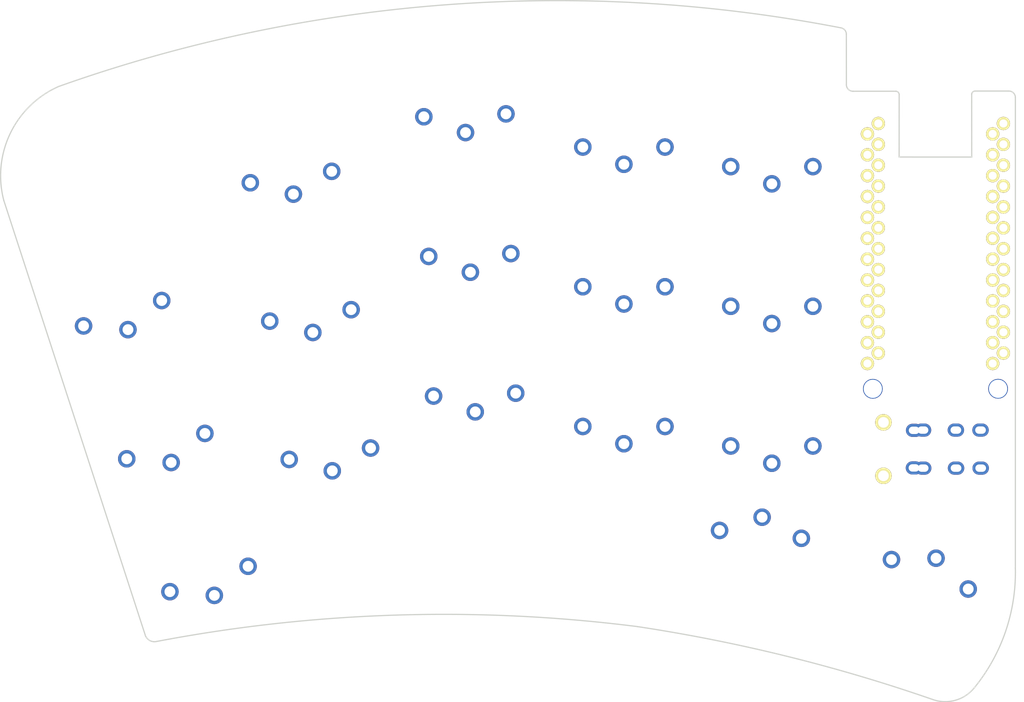
<source format=kicad_pcb>
(kicad_pcb (version 20171130) (host pcbnew "(5.1.4-0-10_14)")

  (general
    (thickness 1.6)
    (drawings 20)
    (tracks 0)
    (zones 0)
    (modules 22)
    (nets 23)
  )

  (page A4)
  (title_block
    (title "Corne Light")
    (date 2018-12-26)
    (rev 2.1)
    (company foostan)
  )

  (layers
    (0 F.Cu signal)
    (31 B.Cu signal)
    (32 B.Adhes user)
    (33 F.Adhes user)
    (34 B.Paste user)
    (35 F.Paste user)
    (36 B.SilkS user)
    (37 F.SilkS user)
    (38 B.Mask user)
    (39 F.Mask user)
    (40 Dwgs.User user)
    (41 Cmts.User user)
    (42 Eco1.User user)
    (43 Eco2.User user)
    (44 Edge.Cuts user)
    (45 Margin user)
    (46 B.CrtYd user)
    (47 F.CrtYd user)
    (48 B.Fab user)
    (49 F.Fab user)
  )

  (setup
    (last_trace_width 0.25)
    (user_trace_width 0.5)
    (trace_clearance 0.2)
    (zone_clearance 0.508)
    (zone_45_only no)
    (trace_min 0.2)
    (via_size 0.6)
    (via_drill 0.4)
    (via_min_size 0.4)
    (via_min_drill 0.3)
    (uvia_size 0.3)
    (uvia_drill 0.1)
    (uvias_allowed no)
    (uvia_min_size 0.2)
    (uvia_min_drill 0.1)
    (edge_width 0.15)
    (segment_width 0.15)
    (pcb_text_width 0.3)
    (pcb_text_size 1.5 1.5)
    (mod_edge_width 0.15)
    (mod_text_size 1 1)
    (mod_text_width 0.15)
    (pad_size 1.6 2)
    (pad_drill 0.9)
    (pad_to_mask_clearance 0.2)
    (aux_axis_origin 168.195 30.895)
    (visible_elements FFFFE7FF)
    (pcbplotparams
      (layerselection 0x010fc_ffffffff)
      (usegerberextensions true)
      (usegerberattributes false)
      (usegerberadvancedattributes false)
      (creategerberjobfile false)
      (excludeedgelayer true)
      (linewidth 0.150000)
      (plotframeref false)
      (viasonmask false)
      (mode 1)
      (useauxorigin false)
      (hpglpennumber 1)
      (hpglpenspeed 20)
      (hpglpendiameter 15.000000)
      (psnegative false)
      (psa4output false)
      (plotreference true)
      (plotvalue true)
      (plotinvisibletext false)
      (padsonsilk false)
      (subtractmaskfromsilk false)
      (outputformat 1)
      (mirror false)
      (drillshape 0)
      (scaleselection 1)
      (outputdirectory "gerber/"))
  )

  (net 0 "")
  (net 1 row0)
  (net 2 row1)
  (net 3 row2)
  (net 4 row3)
  (net 5 "Net-(D20-Pad2)")
  (net 6 GND)
  (net 7 VCC)
  (net 8 col1)
  (net 9 col2)
  (net 10 col3)
  (net 11 col4)
  (net 12 col5)
  (net 13 LED)
  (net 14 data)
  (net 15 reset)
  (net 16 SCL)
  (net 17 SDA)
  (net 18 "Net-(U1-Pad14)")
  (net 19 "Net-(U1-Pad13)")
  (net 20 "Net-(U1-Pad12)")
  (net 21 "Net-(U1-Pad11)")
  (net 22 "Net-(U1-Pad24)")

  (net_class Default "これは標準のネット クラスです。"
    (clearance 0.2)
    (trace_width 0.25)
    (via_dia 0.6)
    (via_drill 0.4)
    (uvia_dia 0.3)
    (uvia_drill 0.1)
    (add_net GND)
    (add_net LED)
    (add_net "Net-(D20-Pad2)")
    (add_net "Net-(U1-Pad11)")
    (add_net "Net-(U1-Pad12)")
    (add_net "Net-(U1-Pad13)")
    (add_net "Net-(U1-Pad14)")
    (add_net "Net-(U1-Pad24)")
    (add_net SCL)
    (add_net SDA)
    (add_net VCC)
    (add_net col1)
    (add_net col2)
    (add_net col3)
    (add_net col4)
    (add_net col5)
    (add_net data)
    (add_net reset)
    (add_net row0)
    (add_net row1)
    (add_net row2)
    (add_net row3)
  )

  (module chocs:SW_PG1350_reversible_b2 (layer B.Cu) (tedit 60FD768E) (tstamp 5C238786)
    (at 165.405 73.335 180)
    (descr "Kailh \"Choc\" PG1350 keyswitch, able to be mounted on front or back of PCB")
    (tags kailh,choc)
    (path /5A5E2D4A)
    (fp_text reference SW12 (at 4.6 -6) (layer Dwgs.User) hide
      (effects (font (size 1 1) (thickness 0.15)))
    )
    (fp_text value SW_PUSH (at -0.5 -6) (layer Dwgs.User) hide
      (effects (font (size 1 1) (thickness 0.15)))
    )
    (fp_line (start -9 -8.5) (end 9 -8.5) (layer Eco1.User) (width 0.12))
    (fp_line (start 9 -8.5) (end 9 8.5) (layer Eco1.User) (width 0.12))
    (fp_line (start -9 8.5) (end 9 8.5) (layer Eco1.User) (width 0.12))
    (fp_line (start -9 -8.5) (end -9 8.5) (layer Eco1.User) (width 0.12))
    (fp_line (start -7.5 -7.5) (end -7.5 7.5) (layer B.Fab) (width 0.15))
    (fp_line (start 7.5 7.5) (end 7.5 -7.5) (layer B.Fab) (width 0.15))
    (fp_line (start 7.5 -7.5) (end -7.5 -7.5) (layer B.Fab) (width 0.15))
    (fp_line (start -7.5 7.5) (end 7.5 7.5) (layer B.Fab) (width 0.15))
    (fp_line (start -7.5 -7.5) (end -7.5 7.5) (layer F.Fab) (width 0.15))
    (fp_line (start 7.5 -7.5) (end -7.5 -7.5) (layer F.Fab) (width 0.15))
    (fp_line (start 7.5 7.5) (end 7.5 -7.5) (layer F.Fab) (width 0.15))
    (fp_line (start -7.5 7.5) (end 7.5 7.5) (layer F.Fab) (width 0.15))
    (fp_line (start -6.9 -6.9) (end -6.9 6.9) (layer Eco2.User) (width 0.15))
    (fp_line (start 6.9 6.9) (end 6.9 -6.9) (layer Eco2.User) (width 0.15))
    (fp_line (start 6.9 6.9) (end -6.9 6.9) (layer Eco2.User) (width 0.15))
    (fp_line (start -6.9 -6.9) (end 6.9 -6.9) (layer Eco2.User) (width 0.15))
    (fp_line (start -2.6 3.1) (end -2.6 6.3) (layer Eco2.User) (width 0.15))
    (fp_line (start 2.6 6.3) (end -2.6 6.3) (layer Eco2.User) (width 0.15))
    (fp_line (start 2.6 3.1) (end 2.6 6.3) (layer Eco2.User) (width 0.15))
    (fp_line (start -2.6 3.1) (end 2.6 3.1) (layer Eco2.User) (width 0.15))
    (fp_text user %V (at 0 -8.255 180) (layer F.Fab)
      (effects (font (size 1 1) (thickness 0.15)))
    )
    (fp_text user %R (at 0 0 180) (layer B.Fab)
      (effects (font (size 1 1) (thickness 0.15)) (justify mirror))
    )
    (fp_text user %R (at 0 0 180) (layer B.Fab)
      (effects (font (size 1 1) (thickness 0.15)) (justify mirror))
    )
    (pad "" np_thru_hole circle (at -5.22 4.2 180) (size 0.9906 0.9906) (drill 0.9906) (layers *.Cu *.Mask))
    (pad 2 thru_hole circle (at 5 -3.8 180) (size 2.128 2.128) (drill 1.32) (layers *.Cu *.Mask)
      (net 6 GND))
    (pad "" np_thru_hole circle (at 0 0 180) (size 3.429 3.429) (drill 3.429) (layers *.Cu *.Mask))
    (pad 2 thru_hole circle (at -5 -3.8 180) (size 2.128 2.128) (drill 1.32) (layers *.Cu *.Mask)
      (net 6 GND))
    (pad 1 thru_hole circle (at 0 -5.9 180) (size 2.128 2.128) (drill 1.32) (layers *.Cu *.Mask)
      (net 9 col2))
    (pad "" np_thru_hole circle (at 5.22 4.2 180) (size 0.9906 0.9906) (drill 0.9906) (layers *.Cu *.Mask))
    (pad "" np_thru_hole circle (at 5.5 0 180) (size 1.7018 1.7018) (drill 1.7018) (layers *.Cu *.Mask))
    (pad "" np_thru_hole circle (at -5.5 0 180) (size 1.7018 1.7018) (drill 1.7018) (layers *.Cu *.Mask))
  )

  (module broom:TRRS-PJ-DPB2 (layer F.Cu) (tedit 61240828) (tstamp 5C238668)
    (at 194.022 94.53 270)
    (path /5ACD605D)
    (fp_text reference J1 (at -0.85 4.95 270) (layer F.Fab)
      (effects (font (size 1 1) (thickness 0.15)))
    )
    (fp_text value TRRS (at 0 14 270) (layer F.Fab) hide
      (effects (font (size 1 1) (thickness 0.15)))
    )
    (fp_line (start 2.8 -2) (end -2.8 -2) (layer Dwgs.User) (width 0.15))
    (fp_line (start -2.8 0) (end -2.8 -2) (layer Dwgs.User) (width 0.15))
    (fp_line (start 2.8 0) (end 2.8 -2) (layer Dwgs.User) (width 0.15))
    (fp_line (start -3.05 0) (end -3.05 12.1) (layer Dwgs.User) (width 0.15))
    (fp_line (start 3.05 0) (end 3.05 12.1) (layer Dwgs.User) (width 0.15))
    (fp_line (start 3.05 12.1) (end -3.05 12.1) (layer Dwgs.User) (width 0.15))
    (fp_line (start 3.05 0) (end -3.05 0) (layer Dwgs.User) (width 0.15))
    (fp_text user Ring2 (at 0 3.25 270) (layer F.Fab) hide
      (effects (font (size 0.7 0.7) (thickness 0.1)))
    )
    (fp_text user Ring1 (at 0 6.25 270) (layer F.Fab) hide
      (effects (font (size 0.7 0.7) (thickness 0.1)))
    )
    (fp_text user Tip (at 0 10 270) (layer F.Fab) hide
      (effects (font (size 0.7 0.7) (thickness 0.1)))
    )
    (fp_text user Sleeve (at 0.25 11.4 270) (layer F.Fab) hide
      (effects (font (size 0.7 0.7) (thickness 0.1)))
    )
    (pad R1 thru_hole oval (at -2.33 6.22 90) (size 1.6 2) (drill oval 0.9 1.3) (layers *.Cu *.Mask)
      (net 14 data))
    (pad R2 thru_hole oval (at -2.33 3.22 90) (size 1.6 2) (drill oval 0.9 1.3) (layers *.Cu *.Mask)
      (net 7 VCC))
    (pad T thru_hole oval (at -2.33 10.22 90) (size 1.6 2) (drill oval 0.9 1.3) (layers *.Cu *.Mask)
      (net 6 GND))
    (pad S thru_hole oval (at 2.27 11.32 90) (size 1.6 2) (drill oval 0.9 1.3) (layers *.Cu *.Mask)
      (net 6 GND))
    (pad S thru_hole oval (at -2.3 11.3 270) (size 1.6 2) (drill oval 0.9 1.3) (layers *.Cu *.Mask)
      (net 6 GND))
    (pad T thru_hole oval (at 2.3 10.2 270) (size 1.6 2) (drill oval 0.9 1.3) (layers *.Cu *.Mask)
      (net 6 GND))
    (pad R2 thru_hole oval (at 2.3 3.2 270) (size 1.6 2) (drill oval 0.9 1.3) (layers *.Cu *.Mask)
      (net 7 VCC))
    (pad "" np_thru_hole circle (at 0 8.6 270) (size 0.8 0.8) (drill 0.8) (layers *.Cu *.Mask))
    (pad "" np_thru_hole circle (at 0 1.6 270) (size 0.8 0.8) (drill 0.8) (layers *.Cu *.Mask))
    (pad R1 thru_hole oval (at 2.3 6.2 270) (size 1.6 2) (drill oval 0.9 1.3) (layers *.Cu *.Mask)
      (net 14 data))
    (model /Users/danny/syncproj/kicad-libs/footprints/Keebio-Parts.pretty/3dmodels/PJ-320A.step
      (at (xyz 0 0 0))
      (scale (xyz 1 1 1))
      (rotate (xyz -90 0 180))
    )
  )

  (module broom:ProMicro_v2 locked (layer F.Cu) (tedit 60FD735A) (tstamp 61249914)
    (at 185.93 69.365)
    (path /5A5E14C2)
    (fp_text reference U1 (at -0.1 -0.05 270) (layer F.SilkS) hide
      (effects (font (size 1 1) (thickness 0.15)))
    )
    (fp_text value ProMicro (at -0.45 -17) (layer F.Fab) hide
      (effects (font (size 1 1) (thickness 0.15)))
    )
    (fp_line (start -10.16 16.002) (end -10.16 -17.018) (layer F.Fab) (width 0.15))
    (fp_line (start 7.62 16.002) (end -10.16 16.002) (layer F.Fab) (width 0.15))
    (fp_line (start 7.62 -17.018) (end 7.62 16.002) (layer F.Fab) (width 0.15))
    (fp_line (start -10.16 -17.018) (end 7.62 -17.018) (layer F.Fab) (width 0.15))
    (fp_line (start -8.845 -18.288) (end 8.935 -18.288) (layer F.Fab) (width 0.15))
    (fp_line (start 8.935 -18.288) (end 8.935 14.732) (layer F.Fab) (width 0.15))
    (fp_line (start 8.935 14.732) (end -8.845 14.732) (layer F.Fab) (width 0.15))
    (fp_line (start -8.845 14.732) (end -8.845 -18.288) (layer F.Fab) (width 0.15))
    (fp_text user microusb (at -0.5 -17.25) (layer F.SilkS) hide
      (effects (font (size 1 1) (thickness 0.15)))
    )
    (fp_text user | (at -1.2065 -16.256) (layer B.SilkS) hide
      (effects (font (size 1 1) (thickness 0.15)) (justify mirror))
    )
    (fp_text user RAW (at 4.191 -13.1445) (layer B.SilkS) hide
      (effects (font (size 0.75 0.5) (thickness 0.125)) (justify mirror))
    )
    (fp_text user LED (at -11.049 -13.1445) (layer B.SilkS) hide
      (effects (font (size 0.75 0.5) (thickness 0.125)) (justify mirror))
    )
    (fp_text user GND (at 4.1275 -10.668) (layer B.SilkS) hide
      (effects (font (size 0.75 0.5) (thickness 0.125)) (justify mirror))
    )
    (fp_text user DATA (at -11.2 -10.5) (layer B.SilkS) hide
      (effects (font (size 0.75 0.5) (thickness 0.125)) (justify mirror))
    )
    (fp_text user RST (at 4.191 -8.0645) (layer B.SilkS) hide
      (effects (font (size 0.75 0.5) (thickness 0.125)) (justify mirror))
    )
    (fp_text user VCC (at 4.1275 -5.5245) (layer B.SilkS) hide
      (effects (font (size 0.75 0.5) (thickness 0.125)) (justify mirror))
    )
    (fp_text user COL3 (at 4 4.6) (layer B.SilkS) hide
      (effects (font (size 0.75 0.5) (thickness 0.125)) (justify mirror))
    )
    (fp_text user ROW0 (at -11.3 2.032) (layer B.SilkS) hide
      (effects (font (size 0.75 0.5) (thickness 0.125)) (justify mirror))
    )
    (fp_text user COL2 (at 4 2.1) (layer B.SilkS) hide
      (effects (font (size 0.75 0.5) (thickness 0.125)) (justify mirror))
    )
    (fp_text user SCL (at -11.049 -0.4445) (layer B.SilkS) hide
      (effects (font (size 0.75 0.5) (thickness 0.125)) (justify mirror))
    )
    (fp_text user COL1 (at 4 -0.4445) (layer B.SilkS) hide
      (effects (font (size 0.75 0.5) (thickness 0.125)) (justify mirror))
    )
    (fp_text user SDA (at -11.049 -2.9845) (layer B.SilkS) hide
      (effects (font (size 0.75 0.5) (thickness 0.125)) (justify mirror))
    )
    (fp_text user COL0 (at 4 -2.95) (layer B.SilkS) hide
      (effects (font (size 0.75 0.5) (thickness 0.125)) (justify mirror))
    )
    (fp_text user B6 (at 4.445 14.732) (layer B.SilkS) hide
      (effects (font (size 0.75 0.5) (thickness 0.125)) (justify mirror))
    )
    (fp_text user B5 (at -11.049 14.7955) (layer B.SilkS) hide
      (effects (font (size 0.75 0.5) (thickness 0.125)) (justify mirror))
    )
    (fp_text user B4 (at -11.049 12.2555) (layer B.SilkS) hide
      (effects (font (size 0.75 0.5) (thickness 0.125)) (justify mirror))
    )
    (fp_text user B2 (at 4.5085 12.1285) (layer B.SilkS) hide
      (effects (font (size 0.75 0.5) (thickness 0.125)) (justify mirror))
    )
    (fp_text user ROW3 (at -11.3 9.75) (layer B.SilkS) hide
      (effects (font (size 0.75 0.5) (thickness 0.125)) (justify mirror))
    )
    (fp_text user COL5 (at 4 9.75) (layer B.SilkS) hide
      (effects (font (size 0.75 0.5) (thickness 0.125)) (justify mirror))
    )
    (fp_text user ROW2 (at -11.3 7.239) (layer B.SilkS) hide
      (effects (font (size 0.75 0.5) (thickness 0.125)) (justify mirror))
    )
    (fp_text user COL4 (at 3.95 7.112) (layer B.SilkS) hide
      (effects (font (size 0.75 0.5) (thickness 0.125)) (justify mirror))
    )
    (fp_text user ROW1 (at -11.3 4.6355) (layer B.SilkS) hide
      (effects (font (size 0.75 0.5) (thickness 0.125)) (justify mirror))
    )
    (fp_text user ??? (at -0.545 -17.4) (layer F.SilkS) hide
      (effects (font (size 1 1) (thickness 0.15)))
    )
    (fp_text user A3/F4 (at -4.395 -4.25 unlocked) (layer F.SilkS) hide
      (effects (font (size 0.75 0.67) (thickness 0.125)))
    )
    (fp_text user A2/F5 (at -4.395 -1.75 unlocked) (layer F.SilkS) hide
      (effects (font (size 0.75 0.67) (thickness 0.125)))
    )
    (fp_text user A1/F6 (at -4.395 0.75 unlocked) (layer F.SilkS) hide
      (effects (font (size 0.75 0.67) (thickness 0.125)))
    )
    (fp_text user A0/F7 (at -4.395 3.3 unlocked) (layer F.SilkS) hide
      (effects (font (size 0.75 0.67) (thickness 0.125)))
    )
    (fp_text user 15/B1 (at -4.395 5.85 unlocked) (layer F.SilkS) hide
      (effects (font (size 0.75 0.67) (thickness 0.125)))
    )
    (fp_text user 14/B3 (at -4.395 8.4 unlocked) (layer F.SilkS) hide
      (effects (font (size 0.75 0.67) (thickness 0.125)))
    )
    (fp_text user 10/B6 (at -4.395 13.45 unlocked) (layer F.SilkS) hide
      (effects (font (size 0.75 0.67) (thickness 0.125)))
    )
    (fp_text user 16/B2 (at -4.395 10.95 unlocked) (layer F.SilkS) hide
      (effects (font (size 0.75 0.67) (thickness 0.125)))
    )
    (fp_text user E6/7 (at 4.705 8.25 unlocked) (layer F.SilkS) hide
      (effects (font (size 0.75 0.67) (thickness 0.125)))
    )
    (fp_text user D7/6 (at 4.705 5.7 unlocked) (layer F.SilkS) hide
      (effects (font (size 0.75 0.67) (thickness 0.125)))
    )
    (fp_text user D3/TX0 (at 4.155 -14.45 unlocked) (layer F.SilkS) hide
      (effects (font (size 0.75 0.67) (thickness 0.125)))
    )
    (fp_text user D4/4 (at 4.705 0.6 unlocked) (layer F.SilkS) hide
      (effects (font (size 0.75 0.67) (thickness 0.125)))
    )
    (fp_text user SDA/D1/2 (at 3.455 -4.4 unlocked) (layer F.SilkS) hide
      (effects (font (size 0.75 0.67) (thickness 0.125)))
    )
    (fp_text user SCL/D0/3 (at 3.455 -1.9 unlocked) (layer F.SilkS) hide
      (effects (font (size 0.75 0.67) (thickness 0.125)))
    )
    (fp_text user C6/5 (at 4.705 3.15 unlocked) (layer F.SilkS) hide
      (effects (font (size 0.75 0.67) (thickness 0.125)))
    )
    (fp_text user B5/9 (at 4.705 13.3 unlocked) (layer F.SilkS) hide
      (effects (font (size 0.75 0.67) (thickness 0.125)))
    )
    (fp_text user D2/RX1 (at 4.155 -11.9 unlocked) (layer F.SilkS) hide
      (effects (font (size 0.75 0.67) (thickness 0.125)))
    )
    (fp_text user B4/8 (at 4.705 10.8 unlocked) (layer F.SilkS) hide
      (effects (font (size 0.75 0.67) (thickness 0.125)))
    )
    (fp_text user MicroUSB (at -0.05 -18.95) (layer F.SilkS) hide
      (effects (font (size 0.75 0.75) (thickness 0.12)))
    )
    (pad 24 thru_hole circle (at 6.35 -13.208) (size 1.62 1.62) (drill 0.98) (layers *.Cu *.Mask F.SilkS)
      (net 22 "Net-(U1-Pad24)"))
    (pad 23 thru_hole circle (at 6.35 -10.668) (size 1.62 1.62) (drill 0.98) (layers *.Cu *.Mask F.SilkS)
      (net 6 GND))
    (pad 22 thru_hole circle (at 6.35 -8.128) (size 1.62 1.62) (drill 0.98) (layers *.Cu *.Mask F.SilkS)
      (net 15 reset))
    (pad 21 thru_hole circle (at 6.35 -5.588) (size 1.62 1.62) (drill 0.98) (layers *.Cu *.Mask F.SilkS)
      (net 7 VCC))
    (pad 20 thru_hole circle (at 6.35 -3.048) (size 1.62 1.62) (drill 0.98) (layers *.Cu *.Mask F.SilkS)
      (net 5 "Net-(D20-Pad2)"))
    (pad 19 thru_hole circle (at 6.35 -0.508) (size 1.62 1.62) (drill 0.98) (layers *.Cu *.Mask F.SilkS)
      (net 8 col1))
    (pad 18 thru_hole circle (at 6.35 2.032) (size 1.62 1.62) (drill 0.98) (layers *.Cu *.Mask F.SilkS)
      (net 9 col2))
    (pad 17 thru_hole circle (at 6.35 4.572) (size 1.62 1.62) (drill 0.98) (layers *.Cu *.Mask F.SilkS)
      (net 10 col3))
    (pad 16 thru_hole circle (at 6.35 7.112) (size 1.62 1.62) (drill 0.98) (layers *.Cu *.Mask F.SilkS)
      (net 11 col4))
    (pad 15 thru_hole circle (at 6.35 9.652) (size 1.62 1.62) (drill 0.98) (layers *.Cu *.Mask F.SilkS)
      (net 12 col5))
    (pad 14 thru_hole circle (at 6.35 12.192) (size 1.62 1.62) (drill 0.98) (layers *.Cu *.Mask F.SilkS)
      (net 18 "Net-(U1-Pad14)"))
    (pad 13 thru_hole circle (at 6.35 14.732) (size 1.62 1.62) (drill 0.98) (layers *.Cu *.Mask F.SilkS)
      (net 19 "Net-(U1-Pad13)"))
    (pad 12 thru_hole circle (at -8.89 14.732) (size 1.62 1.62) (drill 0.98) (layers *.Cu *.Mask F.SilkS)
      (net 20 "Net-(U1-Pad12)"))
    (pad 11 thru_hole circle (at -8.89 12.192) (size 1.62 1.62) (drill 0.98) (layers *.Cu *.Mask F.SilkS)
      (net 21 "Net-(U1-Pad11)"))
    (pad 10 thru_hole circle (at -8.89 9.652) (size 1.62 1.62) (drill 0.98) (layers *.Cu *.Mask F.SilkS)
      (net 4 row3))
    (pad 9 thru_hole circle (at -8.89 7.112) (size 1.62 1.62) (drill 0.98) (layers *.Cu *.Mask F.SilkS)
      (net 3 row2))
    (pad 8 thru_hole circle (at -8.89 4.572) (size 1.62 1.62) (drill 0.98) (layers *.Cu *.Mask F.SilkS)
      (net 2 row1))
    (pad 7 thru_hole circle (at -8.89 2.032) (size 1.62 1.62) (drill 0.98) (layers *.Cu *.Mask F.SilkS)
      (net 1 row0))
    (pad 6 thru_hole circle (at -8.89 -0.508) (size 1.62 1.62) (drill 0.98) (layers *.Cu *.Mask F.SilkS)
      (net 16 SCL))
    (pad 5 thru_hole circle (at -8.89 -3.048) (size 1.62 1.62) (drill 0.98) (layers *.Cu *.Mask F.SilkS)
      (net 17 SDA))
    (pad 4 thru_hole circle (at -8.89 -5.588) (size 1.62 1.62) (drill 0.98) (layers *.Cu *.Mask F.SilkS)
      (net 6 GND))
    (pad 3 thru_hole circle (at -8.89 -8.128) (size 1.62 1.62) (drill 0.98) (layers *.Cu *.Mask F.SilkS)
      (net 6 GND))
    (pad 2 thru_hole circle (at -8.89 -10.668) (size 1.62 1.62) (drill 0.98) (layers *.Cu *.Mask F.SilkS)
      (net 14 data))
    (pad 1 thru_hole circle (at -8.89 -13.208) (size 1.62 1.62) (drill 0.98) (layers *.Cu *.Mask F.SilkS)
      (net 13 LED))
    (pad 1 thru_hole circle (at 7.6564 -14.478) (size 1.62 1.62) (drill 0.98) (layers *.Cu *.Mask F.SilkS)
      (net 13 LED))
    (pad 2 thru_hole circle (at 7.6564 -11.938) (size 1.62 1.62) (drill 0.98) (layers *.Cu *.Mask F.SilkS)
      (net 14 data))
    (pad 3 thru_hole circle (at 7.6564 -9.398) (size 1.62 1.62) (drill 0.98) (layers *.Cu *.Mask F.SilkS)
      (net 6 GND))
    (pad 4 thru_hole circle (at 7.6564 -6.858) (size 1.62 1.62) (drill 0.98) (layers *.Cu *.Mask F.SilkS)
      (net 6 GND))
    (pad 5 thru_hole circle (at 7.6564 -4.318) (size 1.62 1.62) (drill 0.98) (layers *.Cu *.Mask F.SilkS)
      (net 17 SDA))
    (pad 6 thru_hole circle (at 7.6564 -1.778) (size 1.62 1.62) (drill 0.98) (layers *.Cu *.Mask F.SilkS)
      (net 16 SCL))
    (pad 7 thru_hole circle (at 7.6564 0.762) (size 1.62 1.62) (drill 0.98) (layers *.Cu *.Mask F.SilkS)
      (net 1 row0))
    (pad 8 thru_hole circle (at 7.6564 3.302) (size 1.62 1.62) (drill 0.98) (layers *.Cu *.Mask F.SilkS)
      (net 2 row1))
    (pad 9 thru_hole circle (at 7.6564 5.842) (size 1.62 1.62) (drill 0.98) (layers *.Cu *.Mask F.SilkS)
      (net 3 row2))
    (pad 10 thru_hole circle (at 7.6564 8.382) (size 1.62 1.62) (drill 0.98) (layers *.Cu *.Mask F.SilkS)
      (net 4 row3))
    (pad 11 thru_hole circle (at 7.6564 10.922) (size 1.62 1.62) (drill 0.98) (layers *.Cu *.Mask F.SilkS)
      (net 21 "Net-(U1-Pad11)"))
    (pad 12 thru_hole circle (at 7.6564 13.462) (size 1.62 1.62) (drill 0.98) (layers *.Cu *.Mask F.SilkS)
      (net 20 "Net-(U1-Pad12)"))
    (pad 13 thru_hole circle (at -7.5636 13.462) (size 1.62 1.62) (drill 0.98) (layers *.Cu *.Mask F.SilkS)
      (net 19 "Net-(U1-Pad13)"))
    (pad 14 thru_hole circle (at -7.5636 10.922) (size 1.62 1.62) (drill 0.98) (layers *.Cu *.Mask F.SilkS)
      (net 18 "Net-(U1-Pad14)"))
    (pad 15 thru_hole circle (at -7.5636 8.382) (size 1.62 1.62) (drill 0.98) (layers *.Cu *.Mask F.SilkS)
      (net 12 col5))
    (pad 16 thru_hole circle (at -7.5636 5.842) (size 1.62 1.62) (drill 0.98) (layers *.Cu *.Mask F.SilkS)
      (net 11 col4))
    (pad 17 thru_hole circle (at -7.5636 3.302) (size 1.62 1.62) (drill 0.98) (layers *.Cu *.Mask F.SilkS)
      (net 10 col3))
    (pad 18 thru_hole circle (at -7.5636 0.762) (size 1.62 1.62) (drill 0.98) (layers *.Cu *.Mask F.SilkS)
      (net 9 col2))
    (pad 19 thru_hole circle (at -7.5636 -1.778) (size 1.62 1.62) (drill 0.98) (layers *.Cu *.Mask F.SilkS)
      (net 8 col1))
    (pad 20 thru_hole circle (at -7.5636 -4.318) (size 1.62 1.62) (drill 0.98) (layers *.Cu *.Mask F.SilkS)
      (net 5 "Net-(D20-Pad2)"))
    (pad 21 thru_hole circle (at -7.5636 -6.858) (size 1.62 1.62) (drill 0.98) (layers *.Cu *.Mask F.SilkS)
      (net 7 VCC))
    (pad 22 thru_hole circle (at -7.5636 -9.398) (size 1.62 1.62) (drill 0.98) (layers *.Cu *.Mask F.SilkS)
      (net 15 reset))
    (pad 23 thru_hole circle (at -7.5636 -11.938) (size 1.62 1.62) (drill 0.98) (layers *.Cu *.Mask F.SilkS)
      (net 6 GND))
    (pad 24 thru_hole circle (at -7.5636 -14.478) (size 1.62 1.62) (drill 0.98) (layers *.Cu *.Mask F.SilkS)
      (net 22 "Net-(U1-Pad24)"))
  )

  (module chocs:SW_PG1350_reversible_b2 (layer F.Cu) (tedit 60FD7661) (tstamp 5C2387F4)
    (at 147.405 87.96)
    (descr "Kailh \"Choc\" PG1350 keyswitch, able to be mounted on front or back of PCB")
    (tags kailh,choc)
    (path /5A5E35CF)
    (fp_text reference SW17 (at 4.6 6 180) (layer Dwgs.User) hide
      (effects (font (size 1 1) (thickness 0.15)))
    )
    (fp_text value SW_PUSH (at -0.5 6 180) (layer Dwgs.User) hide
      (effects (font (size 1 1) (thickness 0.15)))
    )
    (fp_line (start -9 8.5) (end 9 8.5) (layer Eco1.User) (width 0.12))
    (fp_line (start 9 8.5) (end 9 -8.5) (layer Eco1.User) (width 0.12))
    (fp_line (start -9 -8.5) (end 9 -8.5) (layer Eco1.User) (width 0.12))
    (fp_line (start -9 8.5) (end -9 -8.5) (layer Eco1.User) (width 0.12))
    (fp_line (start -7.5 7.5) (end -7.5 -7.5) (layer F.Fab) (width 0.15))
    (fp_line (start 7.5 -7.5) (end 7.5 7.5) (layer F.Fab) (width 0.15))
    (fp_line (start 7.5 7.5) (end -7.5 7.5) (layer F.Fab) (width 0.15))
    (fp_line (start -7.5 -7.5) (end 7.5 -7.5) (layer F.Fab) (width 0.15))
    (fp_line (start -7.5 7.5) (end -7.5 -7.5) (layer B.Fab) (width 0.15))
    (fp_line (start 7.5 7.5) (end -7.5 7.5) (layer B.Fab) (width 0.15))
    (fp_line (start 7.5 -7.5) (end 7.5 7.5) (layer B.Fab) (width 0.15))
    (fp_line (start -7.5 -7.5) (end 7.5 -7.5) (layer B.Fab) (width 0.15))
    (fp_line (start -6.9 6.9) (end -6.9 -6.9) (layer Eco2.User) (width 0.15))
    (fp_line (start 6.9 -6.9) (end 6.9 6.9) (layer Eco2.User) (width 0.15))
    (fp_line (start 6.9 -6.9) (end -6.9 -6.9) (layer Eco2.User) (width 0.15))
    (fp_line (start -6.9 6.9) (end 6.9 6.9) (layer Eco2.User) (width 0.15))
    (fp_line (start -2.6 -3.1) (end -2.6 -6.3) (layer Eco2.User) (width 0.15))
    (fp_line (start 2.6 -6.3) (end -2.6 -6.3) (layer Eco2.User) (width 0.15))
    (fp_line (start 2.6 -3.1) (end 2.6 -6.3) (layer Eco2.User) (width 0.15))
    (fp_line (start -2.6 -3.1) (end 2.6 -3.1) (layer Eco2.User) (width 0.15))
    (fp_text user %V (at 0 8.255) (layer B.Fab)
      (effects (font (size 1 1) (thickness 0.15)) (justify mirror))
    )
    (fp_text user %R (at 0 0) (layer F.Fab)
      (effects (font (size 1 1) (thickness 0.15)))
    )
    (fp_text user %R (at 0 0) (layer F.Fab)
      (effects (font (size 1 1) (thickness 0.15)))
    )
    (pad "" np_thru_hole circle (at -5.22 -4.2) (size 0.9906 0.9906) (drill 0.9906) (layers *.Cu *.Mask))
    (pad 2 thru_hole circle (at 5 3.8) (size 2.128 2.128) (drill 1.32) (layers *.Cu *.Mask)
      (net 6 GND))
    (pad "" np_thru_hole circle (at 0 0) (size 3.429 3.429) (drill 3.429) (layers *.Cu *.Mask))
    (pad 2 thru_hole circle (at -5 3.8) (size 2.128 2.128) (drill 1.32) (layers *.Cu *.Mask)
      (net 6 GND))
    (pad 1 thru_hole circle (at 0 5.9) (size 2.128 2.128) (drill 1.32) (layers *.Cu *.Mask)
      (net 18 "Net-(U1-Pad14)"))
    (pad "" np_thru_hole circle (at 5.22 -4.2) (size 0.9906 0.9906) (drill 0.9906) (layers *.Cu *.Mask))
    (pad "" np_thru_hole circle (at 5.5 0) (size 1.7018 1.7018) (drill 1.7018) (layers *.Cu *.Mask))
    (pad "" np_thru_hole circle (at -5.5 0) (size 1.7018 1.7018) (drill 1.7018) (layers *.Cu *.Mask))
  )

  (module chocs:SW_PG1350_reversible_b2 (layer F.Cu) (tedit 60FD7677) (tstamp 5C23880A)
    (at 165.405 90.335)
    (descr "Kailh \"Choc\" PG1350 keyswitch, able to be mounted on front or back of PCB")
    (tags kailh,choc)
    (path /5A5E35D5)
    (fp_text reference SW18 (at 4.6 6 180) (layer Dwgs.User) hide
      (effects (font (size 1 1) (thickness 0.15)))
    )
    (fp_text value SW_PUSH (at -0.5 6 180) (layer Dwgs.User) hide
      (effects (font (size 1 1) (thickness 0.15)))
    )
    (fp_line (start -9 8.5) (end 9 8.5) (layer Eco1.User) (width 0.12))
    (fp_line (start 9 8.5) (end 9 -8.5) (layer Eco1.User) (width 0.12))
    (fp_line (start -9 -8.5) (end 9 -8.5) (layer Eco1.User) (width 0.12))
    (fp_line (start -9 8.5) (end -9 -8.5) (layer Eco1.User) (width 0.12))
    (fp_line (start -7.5 7.5) (end -7.5 -7.5) (layer F.Fab) (width 0.15))
    (fp_line (start 7.5 -7.5) (end 7.5 7.5) (layer F.Fab) (width 0.15))
    (fp_line (start 7.5 7.5) (end -7.5 7.5) (layer F.Fab) (width 0.15))
    (fp_line (start -7.5 -7.5) (end 7.5 -7.5) (layer F.Fab) (width 0.15))
    (fp_line (start -7.5 7.5) (end -7.5 -7.5) (layer B.Fab) (width 0.15))
    (fp_line (start 7.5 7.5) (end -7.5 7.5) (layer B.Fab) (width 0.15))
    (fp_line (start 7.5 -7.5) (end 7.5 7.5) (layer B.Fab) (width 0.15))
    (fp_line (start -7.5 -7.5) (end 7.5 -7.5) (layer B.Fab) (width 0.15))
    (fp_line (start -6.9 6.9) (end -6.9 -6.9) (layer Eco2.User) (width 0.15))
    (fp_line (start 6.9 -6.9) (end 6.9 6.9) (layer Eco2.User) (width 0.15))
    (fp_line (start 6.9 -6.9) (end -6.9 -6.9) (layer Eco2.User) (width 0.15))
    (fp_line (start -6.9 6.9) (end 6.9 6.9) (layer Eco2.User) (width 0.15))
    (fp_line (start -2.6 -3.1) (end -2.6 -6.3) (layer Eco2.User) (width 0.15))
    (fp_line (start 2.6 -6.3) (end -2.6 -6.3) (layer Eco2.User) (width 0.15))
    (fp_line (start 2.6 -3.1) (end 2.6 -6.3) (layer Eco2.User) (width 0.15))
    (fp_line (start -2.6 -3.1) (end 2.6 -3.1) (layer Eco2.User) (width 0.15))
    (fp_text user %V (at 0 8.255) (layer B.Fab)
      (effects (font (size 1 1) (thickness 0.15)) (justify mirror))
    )
    (fp_text user %R (at 0 0) (layer F.Fab)
      (effects (font (size 1 1) (thickness 0.15)))
    )
    (fp_text user %R (at 0 0) (layer F.Fab)
      (effects (font (size 1 1) (thickness 0.15)))
    )
    (pad "" np_thru_hole circle (at -5.22 -4.2) (size 0.9906 0.9906) (drill 0.9906) (layers *.Cu *.Mask))
    (pad 2 thru_hole circle (at 5 3.8) (size 2.128 2.128) (drill 1.32) (layers *.Cu *.Mask)
      (net 6 GND))
    (pad "" np_thru_hole circle (at 0 0) (size 3.429 3.429) (drill 3.429) (layers *.Cu *.Mask))
    (pad 2 thru_hole circle (at -5 3.8) (size 2.128 2.128) (drill 1.32) (layers *.Cu *.Mask)
      (net 6 GND))
    (pad 1 thru_hole circle (at 0 5.9) (size 2.128 2.128) (drill 1.32) (layers *.Cu *.Mask)
      (net 21 "Net-(U1-Pad11)"))
    (pad "" np_thru_hole circle (at 5.22 -4.2) (size 0.9906 0.9906) (drill 0.9906) (layers *.Cu *.Mask))
    (pad "" np_thru_hole circle (at 5.5 0) (size 1.7018 1.7018) (drill 1.7018) (layers *.Cu *.Mask))
    (pad "" np_thru_hole circle (at -5.5 0) (size 1.7018 1.7018) (drill 1.7018) (layers *.Cu *.Mask))
  )

  (module chocs:SW_PG1350_reversible_b2 (layer F.Cu) (tedit 60FD74FC) (tstamp 608D44F5)
    (at 85.23 74.365 18)
    (descr "Kailh \"Choc\" PG1350 keyswitch, able to be mounted on front or back of PCB")
    (tags kailh,choc)
    (path /5A5E2699)
    (fp_text reference SW2 (at 4.6 6 198) (layer Dwgs.User) hide
      (effects (font (size 1 1) (thickness 0.15)))
    )
    (fp_text value SW_PUSH (at -0.5 6 198) (layer Dwgs.User) hide
      (effects (font (size 1 1) (thickness 0.15)))
    )
    (fp_line (start -9 8.5) (end 9 8.5) (layer Eco1.User) (width 0.12))
    (fp_line (start 9 8.5) (end 9 -8.5) (layer Eco1.User) (width 0.12))
    (fp_line (start -9 -8.5) (end 9 -8.5) (layer Eco1.User) (width 0.12))
    (fp_line (start -9 8.5) (end -9 -8.5) (layer Eco1.User) (width 0.12))
    (fp_line (start -7.5 7.5) (end -7.5 -7.5) (layer F.Fab) (width 0.15))
    (fp_line (start 7.5 -7.5) (end 7.5 7.5) (layer F.Fab) (width 0.15))
    (fp_line (start 7.5 7.5) (end -7.5 7.5) (layer F.Fab) (width 0.15))
    (fp_line (start -7.5 -7.5) (end 7.5 -7.5) (layer F.Fab) (width 0.15))
    (fp_line (start -7.5 7.5) (end -7.5 -7.5) (layer B.Fab) (width 0.15))
    (fp_line (start 7.5 7.5) (end -7.5 7.5) (layer B.Fab) (width 0.15))
    (fp_line (start 7.5 -7.5) (end 7.5 7.5) (layer B.Fab) (width 0.15))
    (fp_line (start -7.5 -7.5) (end 7.5 -7.5) (layer B.Fab) (width 0.15))
    (fp_line (start -6.9 6.9) (end -6.9 -6.9) (layer Eco2.User) (width 0.15))
    (fp_line (start 6.9 -6.9) (end 6.9 6.9) (layer Eco2.User) (width 0.15))
    (fp_line (start 6.9 -6.9) (end -6.9 -6.9) (layer Eco2.User) (width 0.15))
    (fp_line (start -6.9 6.9) (end 6.9 6.9) (layer Eco2.User) (width 0.15))
    (fp_line (start -2.6 -3.1) (end -2.6 -6.3) (layer Eco2.User) (width 0.15))
    (fp_line (start 2.6 -6.3) (end -2.6 -6.3) (layer Eco2.User) (width 0.15))
    (fp_line (start 2.6 -3.1) (end 2.6 -6.3) (layer Eco2.User) (width 0.15))
    (fp_line (start -2.6 -3.1) (end 2.6 -3.1) (layer Eco2.User) (width 0.15))
    (fp_text user %R (at 0 0 18) (layer F.Fab)
      (effects (font (size 1 1) (thickness 0.15)))
    )
    (fp_text user %V (at 0 8.255 18) (layer B.Fab)
      (effects (font (size 1 1) (thickness 0.15)) (justify mirror))
    )
    (fp_text user %R (at 0 0 18) (layer F.Fab)
      (effects (font (size 1 1) (thickness 0.15)))
    )
    (fp_text user %R (at 0 0 18) (layer F.Fab)
      (effects (font (size 1 1) (thickness 0.15)))
    )
    (pad "" np_thru_hole circle (at -5.22 -4.2 18) (size 0.9906 0.9906) (drill 0.9906) (layers *.Cu *.Mask))
    (pad 2 thru_hole circle (at 5 3.8 18) (size 2.128 2.128) (drill 1.32) (layers *.Cu *.Mask)
      (net 6 GND))
    (pad "" np_thru_hole circle (at 0 0 18) (size 3.429 3.429) (drill 3.429) (layers *.Cu *.Mask))
    (pad 2 thru_hole circle (at -5 3.8 18) (size 2.128 2.128) (drill 1.32) (layers *.Cu *.Mask)
      (net 6 GND))
    (pad 1 thru_hole circle (at 0 5.899999 18) (size 2.128 2.128) (drill 1.32) (layers *.Cu *.Mask)
      (net 16 SCL))
    (pad "" np_thru_hole circle (at 5.22 -4.2 18) (size 0.9906 0.9906) (drill 0.9906) (layers *.Cu *.Mask))
    (pad "" np_thru_hole circle (at 5.5 0 18) (size 1.7018 1.7018) (drill 1.7018) (layers *.Cu *.Mask))
    (pad "" np_thru_hole circle (at -5.5 0 18) (size 1.7018 1.7018) (drill 1.7018) (layers *.Cu *.Mask))
  )

  (module chocs:SW_PG1350_reversible_b2 (layer F.Cu) (tedit 60FD7561) (tstamp 5C23872E)
    (at 90.485 90.535 18)
    (descr "Kailh \"Choc\" PG1350 keyswitch, able to be mounted on front or back of PCB")
    (tags kailh,choc)
    (path /5A5E2D26)
    (fp_text reference SW8 (at 4.6 6 198) (layer Dwgs.User) hide
      (effects (font (size 1 1) (thickness 0.15)))
    )
    (fp_text value SW_PUSH (at -0.5 6 198) (layer Dwgs.User) hide
      (effects (font (size 1 1) (thickness 0.15)))
    )
    (fp_text user %R (at 0 0 18) (layer F.Fab)
      (effects (font (size 1 1) (thickness 0.15)))
    )
    (fp_text user %R (at 0 0 18) (layer F.Fab)
      (effects (font (size 1 1) (thickness 0.15)))
    )
    (fp_text user %V (at 0 8.255 18) (layer B.Fab)
      (effects (font (size 1 1) (thickness 0.15)) (justify mirror))
    )
    (fp_text user %R (at 0 0 18) (layer F.Fab)
      (effects (font (size 1 1) (thickness 0.15)))
    )
    (fp_line (start -2.6 -3.1) (end 2.6 -3.1) (layer Eco2.User) (width 0.15))
    (fp_line (start 2.6 -3.1) (end 2.6 -6.3) (layer Eco2.User) (width 0.15))
    (fp_line (start 2.6 -6.3) (end -2.6 -6.3) (layer Eco2.User) (width 0.15))
    (fp_line (start -2.6 -3.1) (end -2.6 -6.3) (layer Eco2.User) (width 0.15))
    (fp_line (start -6.9 6.9) (end 6.9 6.9) (layer Eco2.User) (width 0.15))
    (fp_line (start 6.9 -6.9) (end -6.9 -6.9) (layer Eco2.User) (width 0.15))
    (fp_line (start 6.9 -6.9) (end 6.9 6.9) (layer Eco2.User) (width 0.15))
    (fp_line (start -6.9 6.9) (end -6.9 -6.9) (layer Eco2.User) (width 0.15))
    (fp_line (start -7.5 -7.5) (end 7.5 -7.5) (layer B.Fab) (width 0.15))
    (fp_line (start 7.5 -7.5) (end 7.5 7.5) (layer B.Fab) (width 0.15))
    (fp_line (start 7.5 7.5) (end -7.5 7.5) (layer B.Fab) (width 0.15))
    (fp_line (start -7.5 7.5) (end -7.5 -7.5) (layer B.Fab) (width 0.15))
    (fp_line (start -7.5 -7.5) (end 7.5 -7.5) (layer F.Fab) (width 0.15))
    (fp_line (start 7.5 7.5) (end -7.5 7.5) (layer F.Fab) (width 0.15))
    (fp_line (start 7.5 -7.5) (end 7.5 7.5) (layer F.Fab) (width 0.15))
    (fp_line (start -7.5 7.5) (end -7.5 -7.5) (layer F.Fab) (width 0.15))
    (fp_line (start -9 8.5) (end -9 -8.5) (layer Eco1.User) (width 0.12))
    (fp_line (start -9 -8.5) (end 9 -8.5) (layer Eco1.User) (width 0.12))
    (fp_line (start 9 8.5) (end 9 -8.5) (layer Eco1.User) (width 0.12))
    (fp_line (start -9 8.5) (end 9 8.5) (layer Eco1.User) (width 0.12))
    (pad "" np_thru_hole circle (at -5.5 0 18) (size 1.7018 1.7018) (drill 1.7018) (layers *.Cu *.Mask))
    (pad "" np_thru_hole circle (at 5.5 0 18) (size 1.7018 1.7018) (drill 1.7018) (layers *.Cu *.Mask))
    (pad "" np_thru_hole circle (at 5.22 -4.2 18) (size 0.9906 0.9906) (drill 0.9906) (layers *.Cu *.Mask))
    (pad 1 thru_hole circle (at 0 5.899999 18) (size 2.128 2.128) (drill 1.32) (layers *.Cu *.Mask)
      (net 11 col4))
    (pad 2 thru_hole circle (at -5 3.8 18) (size 2.128 2.128) (drill 1.32) (layers *.Cu *.Mask)
      (net 6 GND))
    (pad "" np_thru_hole circle (at 0 0 18) (size 3.429 3.429) (drill 3.429) (layers *.Cu *.Mask))
    (pad 2 thru_hole circle (at 5 3.8 18) (size 2.128 2.128) (drill 1.32) (layers *.Cu *.Mask)
      (net 6 GND))
    (pad "" np_thru_hole circle (at -5.22 -4.2 18) (size 0.9906 0.9906) (drill 0.9906) (layers *.Cu *.Mask))
  )

  (module chocs:SW_PG1350_reversible_b2 (layer F.Cu) (tedit 60FD7574) (tstamp 5C2387B2)
    (at 95.74 106.705 18)
    (descr "Kailh \"Choc\" PG1350 keyswitch, able to be mounted on front or back of PCB")
    (tags kailh,choc)
    (path /5A5E35B1)
    (fp_text reference SW14 (at 4.6 6 198) (layer Dwgs.User) hide
      (effects (font (size 1 1) (thickness 0.15)))
    )
    (fp_text value SW_PUSH (at -0.5 6 198) (layer Dwgs.User) hide
      (effects (font (size 1 1) (thickness 0.15)))
    )
    (fp_text user %R (at 0 0 18) (layer F.Fab)
      (effects (font (size 1 1) (thickness 0.15)))
    )
    (fp_text user %R (at 0 0 18) (layer F.Fab)
      (effects (font (size 1 1) (thickness 0.15)))
    )
    (fp_text user %V (at 0 8.255 18) (layer B.Fab)
      (effects (font (size 1 1) (thickness 0.15)) (justify mirror))
    )
    (fp_text user %R (at 0 0 18) (layer F.Fab)
      (effects (font (size 1 1) (thickness 0.15)))
    )
    (fp_line (start -2.6 -3.1) (end 2.6 -3.1) (layer Eco2.User) (width 0.15))
    (fp_line (start 2.6 -3.1) (end 2.6 -6.3) (layer Eco2.User) (width 0.15))
    (fp_line (start 2.6 -6.3) (end -2.6 -6.3) (layer Eco2.User) (width 0.15))
    (fp_line (start -2.6 -3.1) (end -2.6 -6.3) (layer Eco2.User) (width 0.15))
    (fp_line (start -6.9 6.9) (end 6.9 6.9) (layer Eco2.User) (width 0.15))
    (fp_line (start 6.9 -6.9) (end -6.9 -6.9) (layer Eco2.User) (width 0.15))
    (fp_line (start 6.9 -6.9) (end 6.9 6.9) (layer Eco2.User) (width 0.15))
    (fp_line (start -6.9 6.9) (end -6.9 -6.9) (layer Eco2.User) (width 0.15))
    (fp_line (start -7.5 -7.5) (end 7.5 -7.5) (layer B.Fab) (width 0.15))
    (fp_line (start 7.5 -7.5) (end 7.5 7.5) (layer B.Fab) (width 0.15))
    (fp_line (start 7.5 7.5) (end -7.5 7.5) (layer B.Fab) (width 0.15))
    (fp_line (start -7.5 7.5) (end -7.5 -7.5) (layer B.Fab) (width 0.15))
    (fp_line (start -7.5 -7.5) (end 7.5 -7.5) (layer F.Fab) (width 0.15))
    (fp_line (start 7.5 7.5) (end -7.5 7.5) (layer F.Fab) (width 0.15))
    (fp_line (start 7.5 -7.5) (end 7.5 7.5) (layer F.Fab) (width 0.15))
    (fp_line (start -7.5 7.5) (end -7.5 -7.5) (layer F.Fab) (width 0.15))
    (fp_line (start -9 8.5) (end -9 -8.5) (layer Eco1.User) (width 0.12))
    (fp_line (start -9 -8.5) (end 9 -8.5) (layer Eco1.User) (width 0.12))
    (fp_line (start 9 8.5) (end 9 -8.5) (layer Eco1.User) (width 0.12))
    (fp_line (start -9 8.5) (end 9 8.5) (layer Eco1.User) (width 0.12))
    (pad "" np_thru_hole circle (at -5.5 0 18) (size 1.7018 1.7018) (drill 1.7018) (layers *.Cu *.Mask))
    (pad "" np_thru_hole circle (at 5.5 0 18) (size 1.7018 1.7018) (drill 1.7018) (layers *.Cu *.Mask))
    (pad "" np_thru_hole circle (at 5.22 -4.2 18) (size 0.9906 0.9906) (drill 0.9906) (layers *.Cu *.Mask))
    (pad 1 thru_hole circle (at 0 5.899999 18) (size 2.128 2.128) (drill 1.32) (layers *.Cu *.Mask)
      (net 3 row2))
    (pad 2 thru_hole circle (at -5 3.8 18) (size 2.128 2.128) (drill 1.32) (layers *.Cu *.Mask)
      (net 6 GND))
    (pad "" np_thru_hole circle (at 0 0 18) (size 3.429 3.429) (drill 3.429) (layers *.Cu *.Mask))
    (pad 2 thru_hole circle (at 5 3.8 18) (size 2.128 2.128) (drill 1.32) (layers *.Cu *.Mask)
      (net 6 GND))
    (pad "" np_thru_hole circle (at -5.22 -4.2 18) (size 0.9906 0.9906) (drill 0.9906) (layers *.Cu *.Mask))
  )

  (module chocs:SW_PG1350_reversible_b2 (layer F.Cu) (tedit 60FD75C4) (tstamp 60900E4F)
    (at 106.365 57.645 8)
    (descr "Kailh \"Choc\" PG1350 keyswitch, able to be mounted on front or back of PCB")
    (tags kailh,choc)
    (path /5A5E27F9)
    (fp_text reference SW3 (at 4.6 6 188) (layer Dwgs.User) hide
      (effects (font (size 1 1) (thickness 0.15)))
    )
    (fp_text value SW_PUSH (at -0.5 6 188) (layer Dwgs.User) hide
      (effects (font (size 1 1) (thickness 0.15)))
    )
    (fp_line (start -9 8.5) (end 9 8.5) (layer Eco1.User) (width 0.12))
    (fp_line (start 9 8.5) (end 9 -8.5) (layer Eco1.User) (width 0.12))
    (fp_line (start -9 -8.5) (end 9 -8.5) (layer Eco1.User) (width 0.12))
    (fp_line (start -9 8.5) (end -9 -8.5) (layer Eco1.User) (width 0.12))
    (fp_line (start -7.5 7.5) (end -7.5 -7.5) (layer F.Fab) (width 0.15))
    (fp_line (start 7.5 -7.5) (end 7.5 7.5) (layer F.Fab) (width 0.15))
    (fp_line (start 7.5 7.5) (end -7.5 7.5) (layer F.Fab) (width 0.15))
    (fp_line (start -7.5 -7.5) (end 7.5 -7.5) (layer F.Fab) (width 0.15))
    (fp_line (start -7.5 7.5) (end -7.5 -7.5) (layer B.Fab) (width 0.15))
    (fp_line (start 7.5 7.5) (end -7.5 7.5) (layer B.Fab) (width 0.15))
    (fp_line (start 7.5 -7.5) (end 7.5 7.5) (layer B.Fab) (width 0.15))
    (fp_line (start -7.5 -7.5) (end 7.5 -7.5) (layer B.Fab) (width 0.15))
    (fp_line (start -6.9 6.9) (end -6.9 -6.9) (layer Eco2.User) (width 0.15))
    (fp_line (start 6.9 -6.9) (end 6.9 6.9) (layer Eco2.User) (width 0.15))
    (fp_line (start 6.9 -6.9) (end -6.9 -6.9) (layer Eco2.User) (width 0.15))
    (fp_line (start -6.9 6.9) (end 6.9 6.9) (layer Eco2.User) (width 0.15))
    (fp_line (start -2.6 -3.1) (end -2.6 -6.3) (layer Eco2.User) (width 0.15))
    (fp_line (start 2.6 -6.3) (end -2.6 -6.3) (layer Eco2.User) (width 0.15))
    (fp_line (start 2.6 -3.1) (end 2.6 -6.3) (layer Eco2.User) (width 0.15))
    (fp_line (start -2.6 -3.1) (end 2.6 -3.1) (layer Eco2.User) (width 0.15))
    (fp_text user %V (at 0 8.255 8) (layer B.Fab)
      (effects (font (size 1 1) (thickness 0.15)) (justify mirror))
    )
    (fp_text user %R (at 0 0 8) (layer F.Fab)
      (effects (font (size 1 1) (thickness 0.15)))
    )
    (fp_text user %R (at 0 0 8) (layer F.Fab)
      (effects (font (size 1 1) (thickness 0.15)))
    )
    (pad "" np_thru_hole circle (at -5.22 -4.2 8) (size 0.9906 0.9906) (drill 0.9906) (layers *.Cu *.Mask))
    (pad 2 thru_hole circle (at 5 3.8 8) (size 2.128 2.128) (drill 1.32) (layers *.Cu *.Mask)
      (net 6 GND))
    (pad "" np_thru_hole circle (at 0 0 8) (size 3.429 3.429) (drill 3.429) (layers *.Cu *.Mask))
    (pad 2 thru_hole circle (at -5 3.8 8) (size 2.128 2.128) (drill 1.32) (layers *.Cu *.Mask)
      (net 6 GND))
    (pad 1 thru_hole circle (at 0 5.9 8) (size 2.128 2.128) (drill 1.32) (layers *.Cu *.Mask)
      (net 8 col1))
    (pad "" np_thru_hole circle (at 5.22 -4.2 8) (size 0.9906 0.9906) (drill 0.9906) (layers *.Cu *.Mask))
    (pad "" np_thru_hole circle (at 5.5 0 8) (size 1.7018 1.7018) (drill 1.7018) (layers *.Cu *.Mask))
    (pad "" np_thru_hole circle (at -5.5 0 8) (size 1.7018 1.7018) (drill 1.7018) (layers *.Cu *.Mask))
  )

  (module chocs:SW_PG1350_reversible_b2 (layer F.Cu) (tedit 60FD75B0) (tstamp 60900BB2)
    (at 108.73 74.48 8)
    (descr "Kailh \"Choc\" PG1350 keyswitch, able to be mounted on front or back of PCB")
    (tags kailh,choc)
    (path /5A5E2D32)
    (fp_text reference SW9 (at 4.6 6 188) (layer Dwgs.User) hide
      (effects (font (size 1 1) (thickness 0.15)))
    )
    (fp_text value SW_PUSH (at -0.5 6 188) (layer Dwgs.User) hide
      (effects (font (size 1 1) (thickness 0.15)))
    )
    (fp_line (start -9 8.5) (end 9 8.5) (layer Eco1.User) (width 0.12))
    (fp_line (start 9 8.5) (end 9 -8.5) (layer Eco1.User) (width 0.12))
    (fp_line (start -9 -8.5) (end 9 -8.5) (layer Eco1.User) (width 0.12))
    (fp_line (start -9 8.5) (end -9 -8.5) (layer Eco1.User) (width 0.12))
    (fp_line (start -7.5 7.5) (end -7.5 -7.5) (layer F.Fab) (width 0.15))
    (fp_line (start 7.5 -7.5) (end 7.5 7.5) (layer F.Fab) (width 0.15))
    (fp_line (start 7.5 7.5) (end -7.5 7.5) (layer F.Fab) (width 0.15))
    (fp_line (start -7.5 -7.5) (end 7.5 -7.5) (layer F.Fab) (width 0.15))
    (fp_line (start -7.5 7.5) (end -7.5 -7.5) (layer B.Fab) (width 0.15))
    (fp_line (start 7.5 7.5) (end -7.5 7.5) (layer B.Fab) (width 0.15))
    (fp_line (start 7.5 -7.5) (end 7.5 7.5) (layer B.Fab) (width 0.15))
    (fp_line (start -7.5 -7.5) (end 7.5 -7.5) (layer B.Fab) (width 0.15))
    (fp_line (start -6.9 6.9) (end -6.9 -6.9) (layer Eco2.User) (width 0.15))
    (fp_line (start 6.9 -6.9) (end 6.9 6.9) (layer Eco2.User) (width 0.15))
    (fp_line (start 6.9 -6.9) (end -6.9 -6.9) (layer Eco2.User) (width 0.15))
    (fp_line (start -6.9 6.9) (end 6.9 6.9) (layer Eco2.User) (width 0.15))
    (fp_line (start -2.6 -3.1) (end -2.6 -6.3) (layer Eco2.User) (width 0.15))
    (fp_line (start 2.6 -6.3) (end -2.6 -6.3) (layer Eco2.User) (width 0.15))
    (fp_line (start 2.6 -3.1) (end 2.6 -6.3) (layer Eco2.User) (width 0.15))
    (fp_line (start -2.6 -3.1) (end 2.6 -3.1) (layer Eco2.User) (width 0.15))
    (fp_text user %V (at 0 8.255 8) (layer B.Fab)
      (effects (font (size 1 1) (thickness 0.15)) (justify mirror))
    )
    (fp_text user %R (at 0 0 8) (layer F.Fab)
      (effects (font (size 1 1) (thickness 0.15)))
    )
    (fp_text user %R (at 0 0 8) (layer F.Fab)
      (effects (font (size 1 1) (thickness 0.15)))
    )
    (pad "" np_thru_hole circle (at -5.22 -4.2 8) (size 0.9906 0.9906) (drill 0.9906) (layers *.Cu *.Mask))
    (pad 2 thru_hole circle (at 5 3.8 8) (size 2.128 2.128) (drill 1.32) (layers *.Cu *.Mask)
      (net 6 GND))
    (pad "" np_thru_hole circle (at 0 0 8) (size 3.429 3.429) (drill 3.429) (layers *.Cu *.Mask))
    (pad 2 thru_hole circle (at -5 3.8 8) (size 2.128 2.128) (drill 1.32) (layers *.Cu *.Mask)
      (net 6 GND))
    (pad 1 thru_hole circle (at 0 5.9 8) (size 2.128 2.128) (drill 1.32) (layers *.Cu *.Mask)
      (net 2 row1))
    (pad "" np_thru_hole circle (at 5.22 -4.2 8) (size 0.9906 0.9906) (drill 0.9906) (layers *.Cu *.Mask))
    (pad "" np_thru_hole circle (at 5.5 0 8) (size 1.7018 1.7018) (drill 1.7018) (layers *.Cu *.Mask))
    (pad "" np_thru_hole circle (at -5.5 0 8) (size 1.7018 1.7018) (drill 1.7018) (layers *.Cu *.Mask))
  )

  (module chocs:SW_PG1350_reversible_b2 (layer F.Cu) (tedit 60FD7597) (tstamp 608D2924)
    (at 111.095 91.315 8)
    (descr "Kailh \"Choc\" PG1350 keyswitch, able to be mounted on front or back of PCB")
    (tags kailh,choc)
    (path /5A5E35BD)
    (fp_text reference SW15 (at 4.6 6 188) (layer Dwgs.User) hide
      (effects (font (size 1 1) (thickness 0.15)))
    )
    (fp_text value SW_PUSH (at -0.5 6 188) (layer Dwgs.User) hide
      (effects (font (size 1 1) (thickness 0.15)))
    )
    (fp_line (start -9 8.5) (end 9 8.5) (layer Eco1.User) (width 0.12))
    (fp_line (start 9 8.5) (end 9 -8.5) (layer Eco1.User) (width 0.12))
    (fp_line (start -9 -8.5) (end 9 -8.5) (layer Eco1.User) (width 0.12))
    (fp_line (start -9 8.5) (end -9 -8.5) (layer Eco1.User) (width 0.12))
    (fp_line (start -7.5 7.5) (end -7.5 -7.5) (layer F.Fab) (width 0.15))
    (fp_line (start 7.5 -7.5) (end 7.5 7.5) (layer F.Fab) (width 0.15))
    (fp_line (start 7.5 7.5) (end -7.5 7.5) (layer F.Fab) (width 0.15))
    (fp_line (start -7.5 -7.5) (end 7.5 -7.5) (layer F.Fab) (width 0.15))
    (fp_line (start -7.5 7.5) (end -7.5 -7.5) (layer B.Fab) (width 0.15))
    (fp_line (start 7.5 7.5) (end -7.5 7.5) (layer B.Fab) (width 0.15))
    (fp_line (start 7.5 -7.5) (end 7.5 7.5) (layer B.Fab) (width 0.15))
    (fp_line (start -7.5 -7.5) (end 7.5 -7.5) (layer B.Fab) (width 0.15))
    (fp_line (start -6.9 6.9) (end -6.9 -6.9) (layer Eco2.User) (width 0.15))
    (fp_line (start 6.9 -6.9) (end 6.9 6.9) (layer Eco2.User) (width 0.15))
    (fp_line (start 6.9 -6.9) (end -6.9 -6.9) (layer Eco2.User) (width 0.15))
    (fp_line (start -6.9 6.9) (end 6.9 6.9) (layer Eco2.User) (width 0.15))
    (fp_line (start -2.6 -3.1) (end -2.6 -6.3) (layer Eco2.User) (width 0.15))
    (fp_line (start 2.6 -6.3) (end -2.6 -6.3) (layer Eco2.User) (width 0.15))
    (fp_line (start 2.6 -3.1) (end 2.6 -6.3) (layer Eco2.User) (width 0.15))
    (fp_line (start -2.6 -3.1) (end 2.6 -3.1) (layer Eco2.User) (width 0.15))
    (fp_text user %V (at 0 8.255 8) (layer B.Fab)
      (effects (font (size 1 1) (thickness 0.15)) (justify mirror))
    )
    (fp_text user %R (at 0 0 8) (layer F.Fab)
      (effects (font (size 1 1) (thickness 0.15)))
    )
    (fp_text user %R (at 0 0 8) (layer F.Fab)
      (effects (font (size 1 1) (thickness 0.15)))
    )
    (pad "" np_thru_hole circle (at -5.22 -4.2 8) (size 0.9906 0.9906) (drill 0.9906) (layers *.Cu *.Mask))
    (pad 2 thru_hole circle (at 5 3.8 8) (size 2.128 2.128) (drill 1.32) (layers *.Cu *.Mask)
      (net 6 GND))
    (pad "" np_thru_hole circle (at 0 0 8) (size 3.429 3.429) (drill 3.429) (layers *.Cu *.Mask))
    (pad 2 thru_hole circle (at -5 3.8 8) (size 2.128 2.128) (drill 1.32) (layers *.Cu *.Mask)
      (net 6 GND))
    (pad 1 thru_hole circle (at 0 5.9 8) (size 2.128 2.128) (drill 1.32) (layers *.Cu *.Mask)
      (net 12 col5))
    (pad "" np_thru_hole circle (at 5.22 -4.2 8) (size 0.9906 0.9906) (drill 0.9906) (layers *.Cu *.Mask))
    (pad "" np_thru_hole circle (at 5.5 0 8) (size 1.7018 1.7018) (drill 1.7018) (layers *.Cu *.Mask))
    (pad "" np_thru_hole circle (at -5.5 0 8) (size 1.7018 1.7018) (drill 1.7018) (layers *.Cu *.Mask))
  )

  (module chocs:SW_PG1350_reversible_b2 (layer F.Cu) (tedit 60FD75FB) (tstamp 60FDFC04)
    (at 129.108 84.085 2)
    (descr "Kailh \"Choc\" PG1350 keyswitch, able to be mounted on front or back of PCB")
    (tags kailh,choc)
    (path /5A5E35C9)
    (fp_text reference SW16 (at 4.6 6 182) (layer Dwgs.User) hide
      (effects (font (size 1 1) (thickness 0.15)))
    )
    (fp_text value SW_PUSH (at -0.5 6 182) (layer Dwgs.User) hide
      (effects (font (size 1 1) (thickness 0.15)))
    )
    (fp_line (start -9 8.5) (end 9 8.5) (layer Eco1.User) (width 0.12))
    (fp_line (start 9 8.5) (end 9 -8.5) (layer Eco1.User) (width 0.12))
    (fp_line (start -9 -8.5) (end 9 -8.5) (layer Eco1.User) (width 0.12))
    (fp_line (start -9 8.5) (end -9 -8.5) (layer Eco1.User) (width 0.12))
    (fp_line (start -7.5 7.5) (end -7.5 -7.5) (layer F.Fab) (width 0.15))
    (fp_line (start 7.5 -7.5) (end 7.5 7.5) (layer F.Fab) (width 0.15))
    (fp_line (start 7.5 7.5) (end -7.5 7.5) (layer F.Fab) (width 0.15))
    (fp_line (start -7.5 -7.5) (end 7.5 -7.5) (layer F.Fab) (width 0.15))
    (fp_line (start -7.5 7.5) (end -7.5 -7.5) (layer B.Fab) (width 0.15))
    (fp_line (start 7.5 7.5) (end -7.5 7.5) (layer B.Fab) (width 0.15))
    (fp_line (start 7.5 -7.5) (end 7.5 7.5) (layer B.Fab) (width 0.15))
    (fp_line (start -7.5 -7.5) (end 7.5 -7.5) (layer B.Fab) (width 0.15))
    (fp_line (start -6.9 6.9) (end -6.9 -6.9) (layer Eco2.User) (width 0.15))
    (fp_line (start 6.9 -6.9) (end 6.9 6.9) (layer Eco2.User) (width 0.15))
    (fp_line (start 6.9 -6.9) (end -6.9 -6.9) (layer Eco2.User) (width 0.15))
    (fp_line (start -6.9 6.9) (end 6.9 6.9) (layer Eco2.User) (width 0.15))
    (fp_line (start -2.6 -3.1) (end -2.6 -6.3) (layer Eco2.User) (width 0.15))
    (fp_line (start 2.6 -6.3) (end -2.6 -6.3) (layer Eco2.User) (width 0.15))
    (fp_line (start 2.6 -3.1) (end 2.6 -6.3) (layer Eco2.User) (width 0.15))
    (fp_line (start -2.6 -3.1) (end 2.6 -3.1) (layer Eco2.User) (width 0.15))
    (fp_text user %V (at 0 8.255 2) (layer B.Fab)
      (effects (font (size 1 1) (thickness 0.15)) (justify mirror))
    )
    (fp_text user %R (at 0 0 2) (layer F.Fab)
      (effects (font (size 1 1) (thickness 0.15)))
    )
    (fp_text user %R (at 0 0 2) (layer F.Fab)
      (effects (font (size 1 1) (thickness 0.15)))
    )
    (pad "" np_thru_hole circle (at -5.22 -4.2 2) (size 0.9906 0.9906) (drill 0.9906) (layers *.Cu *.Mask))
    (pad 2 thru_hole circle (at 5 3.8 2) (size 2.128 2.128) (drill 1.32) (layers *.Cu *.Mask)
      (net 6 GND))
    (pad "" np_thru_hole circle (at 0 0 2) (size 3.429 3.429) (drill 3.429) (layers *.Cu *.Mask))
    (pad 2 thru_hole circle (at -5 3.8 2) (size 2.128 2.128) (drill 1.32) (layers *.Cu *.Mask)
      (net 6 GND))
    (pad 1 thru_hole circle (at 0 5.9 2) (size 2.128 2.128) (drill 1.32) (layers *.Cu *.Mask)
      (net 4 row3))
    (pad "" np_thru_hole circle (at 5.22 -4.2 2) (size 0.9906 0.9906) (drill 0.9906) (layers *.Cu *.Mask))
    (pad "" np_thru_hole circle (at 5.5 0 2) (size 1.7018 1.7018) (drill 1.7018) (layers *.Cu *.Mask))
    (pad "" np_thru_hole circle (at -5.5 0 2) (size 1.7018 1.7018) (drill 1.7018) (layers *.Cu *.Mask))
  )

  (module chocs:SW_PG1350_reversible_b2 (layer F.Cu) (tedit 60FD75DA) (tstamp 60FDFCD6)
    (at 127.924 50.097 2)
    (descr "Kailh \"Choc\" PG1350 keyswitch, able to be mounted on front or back of PCB")
    (tags kailh,choc)
    (path /5A5E2908)
    (fp_text reference SW4 (at 4.6 6 182) (layer Dwgs.User) hide
      (effects (font (size 1 1) (thickness 0.15)))
    )
    (fp_text value SW_PUSH (at 2.54 5.73 182) (layer Dwgs.User) hide
      (effects (font (size 1 1) (thickness 0.15)))
    )
    (fp_line (start -9 8.5) (end 9 8.5) (layer Eco1.User) (width 0.12))
    (fp_line (start 9 8.5) (end 9 -8.5) (layer Eco1.User) (width 0.12))
    (fp_line (start -9 -8.5) (end 9 -8.5) (layer Eco1.User) (width 0.12))
    (fp_line (start -9 8.5) (end -9 -8.5) (layer Eco1.User) (width 0.12))
    (fp_line (start -7.5 7.5) (end -7.5 -7.5) (layer F.Fab) (width 0.15))
    (fp_line (start 7.5 -7.5) (end 7.5 7.5) (layer F.Fab) (width 0.15))
    (fp_line (start 7.5 7.5) (end -7.5 7.5) (layer F.Fab) (width 0.15))
    (fp_line (start -7.5 -7.5) (end 7.5 -7.5) (layer F.Fab) (width 0.15))
    (fp_line (start -7.5 7.5) (end -7.5 -7.5) (layer B.Fab) (width 0.15))
    (fp_line (start 7.5 7.5) (end -7.5 7.5) (layer B.Fab) (width 0.15))
    (fp_line (start 7.5 -7.5) (end 7.5 7.5) (layer B.Fab) (width 0.15))
    (fp_line (start -7.5 -7.5) (end 7.5 -7.5) (layer B.Fab) (width 0.15))
    (fp_line (start -6.9 6.9) (end -6.9 -6.9) (layer Eco2.User) (width 0.15))
    (fp_line (start 6.9 -6.9) (end 6.9 6.9) (layer Eco2.User) (width 0.15))
    (fp_line (start 6.9 -6.9) (end -6.9 -6.9) (layer Eco2.User) (width 0.15))
    (fp_line (start -6.9 6.9) (end 6.9 6.9) (layer Eco2.User) (width 0.15))
    (fp_line (start -2.6 -3.1) (end -2.6 -6.3) (layer Eco2.User) (width 0.15))
    (fp_line (start 2.6 -6.3) (end -2.6 -6.3) (layer Eco2.User) (width 0.15))
    (fp_line (start 2.6 -3.1) (end 2.6 -6.3) (layer Eco2.User) (width 0.15))
    (fp_line (start -2.6 -3.1) (end 2.6 -3.1) (layer Eco2.User) (width 0.15))
    (fp_text user %R (at 0 0 2) (layer F.Fab)
      (effects (font (size 1 1) (thickness 0.15)))
    )
    (fp_text user %V (at 0 8.255 2) (layer B.Fab)
      (effects (font (size 1 1) (thickness 0.15)) (justify mirror))
    )
    (fp_text user %R (at 0 0 2) (layer F.Fab)
      (effects (font (size 1 1) (thickness 0.15)))
    )
    (fp_text user %R (at 0 0 2) (layer F.Fab)
      (effects (font (size 1 1) (thickness 0.15)))
    )
    (pad "" np_thru_hole circle (at -5.22 -4.2 2) (size 0.9906 0.9906) (drill 0.9906) (layers *.Cu *.Mask))
    (pad 2 thru_hole circle (at 5 3.8 2) (size 2.128 2.128) (drill 1.32) (layers *.Cu *.Mask)
      (net 6 GND))
    (pad "" np_thru_hole circle (at 0 0 2) (size 3.429 3.429) (drill 3.429) (layers *.Cu *.Mask))
    (pad 2 thru_hole circle (at -5 3.8 2) (size 2.128 2.128) (drill 1.32) (layers *.Cu *.Mask)
      (net 6 GND))
    (pad 1 thru_hole circle (at 0 5.9 2) (size 2.128 2.128) (drill 1.32) (layers *.Cu *.Mask)
      (net 17 SDA))
    (pad "" np_thru_hole circle (at 5.22 -4.2 2) (size 0.9906 0.9906) (drill 0.9906) (layers *.Cu *.Mask))
    (pad "" np_thru_hole circle (at 5.5 0 2) (size 1.7018 1.7018) (drill 1.7018) (layers *.Cu *.Mask))
    (pad "" np_thru_hole circle (at -5.5 0 2) (size 1.7018 1.7018) (drill 1.7018) (layers *.Cu *.Mask))
  )

  (module chocs:SW_PG1350_reversible_b2 (layer F.Cu) (tedit 60FD75EC) (tstamp 60FE0800)
    (at 128.518 67.095 2)
    (descr "Kailh \"Choc\" PG1350 keyswitch, able to be mounted on front or back of PCB")
    (tags kailh,choc)
    (path /5A5E2D3E)
    (fp_text reference SW10 (at 4.6 6 182) (layer Dwgs.User) hide
      (effects (font (size 1 1) (thickness 0.15)))
    )
    (fp_text value SW_PUSH (at -0.5 6 182) (layer Dwgs.User) hide
      (effects (font (size 1 1) (thickness 0.15)))
    )
    (fp_line (start -9 8.5) (end 9 8.5) (layer Eco1.User) (width 0.12))
    (fp_line (start 9 8.5) (end 9 -8.5) (layer Eco1.User) (width 0.12))
    (fp_line (start -9 -8.5) (end 9 -8.5) (layer Eco1.User) (width 0.12))
    (fp_line (start -9 8.5) (end -9 -8.5) (layer Eco1.User) (width 0.12))
    (fp_line (start -7.5 7.5) (end -7.5 -7.5) (layer F.Fab) (width 0.15))
    (fp_line (start 7.5 -7.5) (end 7.5 7.5) (layer F.Fab) (width 0.15))
    (fp_line (start 7.5 7.5) (end -7.5 7.5) (layer F.Fab) (width 0.15))
    (fp_line (start -7.5 -7.5) (end 7.5 -7.5) (layer F.Fab) (width 0.15))
    (fp_line (start -7.5 7.5) (end -7.5 -7.5) (layer B.Fab) (width 0.15))
    (fp_line (start 7.5 7.5) (end -7.5 7.5) (layer B.Fab) (width 0.15))
    (fp_line (start 7.5 -7.5) (end 7.5 7.5) (layer B.Fab) (width 0.15))
    (fp_line (start -7.5 -7.5) (end 7.5 -7.5) (layer B.Fab) (width 0.15))
    (fp_line (start -6.9 6.9) (end -6.9 -6.9) (layer Eco2.User) (width 0.15))
    (fp_line (start 6.9 -6.9) (end 6.9 6.9) (layer Eco2.User) (width 0.15))
    (fp_line (start 6.9 -6.9) (end -6.9 -6.9) (layer Eco2.User) (width 0.15))
    (fp_line (start -6.9 6.9) (end 6.9 6.9) (layer Eco2.User) (width 0.15))
    (fp_line (start -2.6 -3.1) (end -2.6 -6.3) (layer Eco2.User) (width 0.15))
    (fp_line (start 2.6 -6.3) (end -2.6 -6.3) (layer Eco2.User) (width 0.15))
    (fp_line (start 2.6 -3.1) (end 2.6 -6.3) (layer Eco2.User) (width 0.15))
    (fp_line (start -2.6 -3.1) (end 2.6 -3.1) (layer Eco2.User) (width 0.15))
    (fp_text user %V (at 0 8.255 2) (layer B.Fab)
      (effects (font (size 1 1) (thickness 0.15)) (justify mirror))
    )
    (fp_text user %R (at 0 0 2) (layer F.Fab)
      (effects (font (size 1 1) (thickness 0.15)))
    )
    (fp_text user %R (at 0 0 2) (layer F.Fab)
      (effects (font (size 1 1) (thickness 0.15)))
    )
    (pad "" np_thru_hole circle (at -5.22 -4.2 2) (size 0.9906 0.9906) (drill 0.9906) (layers *.Cu *.Mask))
    (pad 2 thru_hole circle (at 5 3.8 2) (size 2.128 2.128) (drill 1.32) (layers *.Cu *.Mask)
      (net 6 GND))
    (pad "" np_thru_hole circle (at 0 0 2) (size 3.429 3.429) (drill 3.429) (layers *.Cu *.Mask))
    (pad 2 thru_hole circle (at -5 3.8 2) (size 2.128 2.128) (drill 1.32) (layers *.Cu *.Mask)
      (net 6 GND))
    (pad 1 thru_hole circle (at 0 5.9 2) (size 2.128 2.128) (drill 1.32) (layers *.Cu *.Mask)
      (net 10 col3))
    (pad "" np_thru_hole circle (at 5.22 -4.2 2) (size 0.9906 0.9906) (drill 0.9906) (layers *.Cu *.Mask))
    (pad "" np_thru_hole circle (at 5.5 0 2) (size 1.7018 1.7018) (drill 1.7018) (layers *.Cu *.Mask))
    (pad "" np_thru_hole circle (at -5.5 0 2) (size 1.7018 1.7018) (drill 1.7018) (layers *.Cu *.Mask))
  )

  (module chocs:SW_PG1350_reversible_b2 (layer F.Cu) (tedit 60FD763E) (tstamp 5C2386EC)
    (at 147.405 53.955)
    (descr "Kailh \"Choc\" PG1350 keyswitch, able to be mounted on front or back of PCB")
    (tags kailh,choc)
    (path /5A5E2933)
    (fp_text reference SW5 (at 4.6 6 180) (layer Dwgs.User) hide
      (effects (font (size 1 1) (thickness 0.15)))
    )
    (fp_text value SW_PUSH (at -0.5 6 180) (layer Dwgs.User) hide
      (effects (font (size 1 1) (thickness 0.15)))
    )
    (fp_line (start -9 8.5) (end 9 8.5) (layer Eco1.User) (width 0.12))
    (fp_line (start 9 8.5) (end 9 -8.5) (layer Eco1.User) (width 0.12))
    (fp_line (start -9 -8.5) (end 9 -8.5) (layer Eco1.User) (width 0.12))
    (fp_line (start -9 8.5) (end -9 -8.5) (layer Eco1.User) (width 0.12))
    (fp_line (start -7.5 7.5) (end -7.5 -7.5) (layer F.Fab) (width 0.15))
    (fp_line (start 7.5 -7.5) (end 7.5 7.5) (layer F.Fab) (width 0.15))
    (fp_line (start 7.5 7.5) (end -7.5 7.5) (layer F.Fab) (width 0.15))
    (fp_line (start -7.5 -7.5) (end 7.5 -7.5) (layer F.Fab) (width 0.15))
    (fp_line (start -7.5 7.5) (end -7.5 -7.5) (layer B.Fab) (width 0.15))
    (fp_line (start 7.5 7.5) (end -7.5 7.5) (layer B.Fab) (width 0.15))
    (fp_line (start 7.5 -7.5) (end 7.5 7.5) (layer B.Fab) (width 0.15))
    (fp_line (start -7.5 -7.5) (end 7.5 -7.5) (layer B.Fab) (width 0.15))
    (fp_line (start -6.9 6.9) (end -6.9 -6.9) (layer Eco2.User) (width 0.15))
    (fp_line (start 6.9 -6.9) (end 6.9 6.9) (layer Eco2.User) (width 0.15))
    (fp_line (start 6.9 -6.9) (end -6.9 -6.9) (layer Eco2.User) (width 0.15))
    (fp_line (start -6.9 6.9) (end 6.9 6.9) (layer Eco2.User) (width 0.15))
    (fp_line (start -2.6 -3.1) (end -2.6 -6.3) (layer Eco2.User) (width 0.15))
    (fp_line (start 2.6 -6.3) (end -2.6 -6.3) (layer Eco2.User) (width 0.15))
    (fp_line (start 2.6 -3.1) (end 2.6 -6.3) (layer Eco2.User) (width 0.15))
    (fp_line (start -2.6 -3.1) (end 2.6 -3.1) (layer Eco2.User) (width 0.15))
    (fp_text user %V (at 0 8.255) (layer B.Fab)
      (effects (font (size 1 1) (thickness 0.15)) (justify mirror))
    )
    (fp_text user %R (at 0 0) (layer F.Fab)
      (effects (font (size 1 1) (thickness 0.15)))
    )
    (fp_text user %R (at 0 0) (layer F.Fab)
      (effects (font (size 1 1) (thickness 0.15)))
    )
    (pad "" np_thru_hole circle (at -5.22 -4.2) (size 0.9906 0.9906) (drill 0.9906) (layers *.Cu *.Mask))
    (pad 2 thru_hole circle (at 5 3.8) (size 2.128 2.128) (drill 1.32) (layers *.Cu *.Mask)
      (net 6 GND))
    (pad "" np_thru_hole circle (at 0 0) (size 3.429 3.429) (drill 3.429) (layers *.Cu *.Mask))
    (pad 2 thru_hole circle (at -5 3.8) (size 2.128 2.128) (drill 1.32) (layers *.Cu *.Mask)
      (net 6 GND))
    (pad 1 thru_hole circle (at 0 5.9) (size 2.128 2.128) (drill 1.32) (layers *.Cu *.Mask)
      (net 5 "Net-(D20-Pad2)"))
    (pad "" np_thru_hole circle (at 5.22 -4.2) (size 0.9906 0.9906) (drill 0.9906) (layers *.Cu *.Mask))
    (pad "" np_thru_hole circle (at 5.5 0) (size 1.7018 1.7018) (drill 1.7018) (layers *.Cu *.Mask))
    (pad "" np_thru_hole circle (at -5.5 0) (size 1.7018 1.7018) (drill 1.7018) (layers *.Cu *.Mask))
  )

  (module chocs:SW_PG1350_reversible_b2 (layer F.Cu) (tedit 60FD762C) (tstamp 5C238770)
    (at 147.405 70.955)
    (descr "Kailh \"Choc\" PG1350 keyswitch, able to be mounted on front or back of PCB")
    (tags kailh,choc)
    (path /5A5E2D44)
    (fp_text reference SW11 (at 4.6 6 180) (layer Dwgs.User) hide
      (effects (font (size 1 1) (thickness 0.15)))
    )
    (fp_text value SW_PUSH (at -0.5 6 180) (layer Dwgs.User) hide
      (effects (font (size 1 1) (thickness 0.15)))
    )
    (fp_line (start -9 8.5) (end 9 8.5) (layer Eco1.User) (width 0.12))
    (fp_line (start 9 8.5) (end 9 -8.5) (layer Eco1.User) (width 0.12))
    (fp_line (start -9 -8.5) (end 9 -8.5) (layer Eco1.User) (width 0.12))
    (fp_line (start -9 8.5) (end -9 -8.5) (layer Eco1.User) (width 0.12))
    (fp_line (start -7.5 7.5) (end -7.5 -7.5) (layer F.Fab) (width 0.15))
    (fp_line (start 7.5 -7.5) (end 7.5 7.5) (layer F.Fab) (width 0.15))
    (fp_line (start 7.5 7.5) (end -7.5 7.5) (layer F.Fab) (width 0.15))
    (fp_line (start -7.5 -7.5) (end 7.5 -7.5) (layer F.Fab) (width 0.15))
    (fp_line (start -7.5 7.5) (end -7.5 -7.5) (layer B.Fab) (width 0.15))
    (fp_line (start 7.5 7.5) (end -7.5 7.5) (layer B.Fab) (width 0.15))
    (fp_line (start 7.5 -7.5) (end 7.5 7.5) (layer B.Fab) (width 0.15))
    (fp_line (start -7.5 -7.5) (end 7.5 -7.5) (layer B.Fab) (width 0.15))
    (fp_line (start -6.9 6.9) (end -6.9 -6.9) (layer Eco2.User) (width 0.15))
    (fp_line (start 6.9 -6.9) (end 6.9 6.9) (layer Eco2.User) (width 0.15))
    (fp_line (start 6.9 -6.9) (end -6.9 -6.9) (layer Eco2.User) (width 0.15))
    (fp_line (start -6.9 6.9) (end 6.9 6.9) (layer Eco2.User) (width 0.15))
    (fp_line (start -2.6 -3.1) (end -2.6 -6.3) (layer Eco2.User) (width 0.15))
    (fp_line (start 2.6 -6.3) (end -2.6 -6.3) (layer Eco2.User) (width 0.15))
    (fp_line (start 2.6 -3.1) (end 2.6 -6.3) (layer Eco2.User) (width 0.15))
    (fp_line (start -2.6 -3.1) (end 2.6 -3.1) (layer Eco2.User) (width 0.15))
    (fp_text user %V (at 0 8.255) (layer B.Fab)
      (effects (font (size 1 1) (thickness 0.15)) (justify mirror))
    )
    (fp_text user %R (at 0 0) (layer F.Fab)
      (effects (font (size 1 1) (thickness 0.15)))
    )
    (fp_text user %R (at 0 0) (layer F.Fab)
      (effects (font (size 1 1) (thickness 0.15)))
    )
    (pad "" np_thru_hole circle (at -5.22 -4.2) (size 0.9906 0.9906) (drill 0.9906) (layers *.Cu *.Mask))
    (pad 2 thru_hole circle (at 5 3.8) (size 2.128 2.128) (drill 1.32) (layers *.Cu *.Mask)
      (net 6 GND))
    (pad "" np_thru_hole circle (at 0 0) (size 3.429 3.429) (drill 3.429) (layers *.Cu *.Mask))
    (pad 2 thru_hole circle (at -5 3.8) (size 2.128 2.128) (drill 1.32) (layers *.Cu *.Mask)
      (net 6 GND))
    (pad 1 thru_hole circle (at 0 5.9) (size 2.128 2.128) (drill 1.32) (layers *.Cu *.Mask)
      (net 1 row0))
    (pad "" np_thru_hole circle (at 5.22 -4.2) (size 0.9906 0.9906) (drill 0.9906) (layers *.Cu *.Mask))
    (pad "" np_thru_hole circle (at 5.5 0) (size 1.7018 1.7018) (drill 1.7018) (layers *.Cu *.Mask))
    (pad "" np_thru_hole circle (at -5.5 0) (size 1.7018 1.7018) (drill 1.7018) (layers *.Cu *.Mask))
  )

  (module chocs:SW_PG1350_reversible_b2 (layer F.Cu) (tedit 60FD76AB) (tstamp 5C238702)
    (at 165.405 56.335)
    (descr "Kailh \"Choc\" PG1350 keyswitch, able to be mounted on front or back of PCB")
    (tags kailh,choc)
    (path /5A5E295E)
    (fp_text reference SW6 (at 4.6 6 180) (layer Dwgs.User) hide
      (effects (font (size 1 1) (thickness 0.15)))
    )
    (fp_text value SW_PUSH (at -0.5 6 180) (layer Dwgs.User) hide
      (effects (font (size 1 1) (thickness 0.15)))
    )
    (fp_line (start -9 8.5) (end 9 8.5) (layer Eco1.User) (width 0.12))
    (fp_line (start 9 8.5) (end 9 -8.5) (layer Eco1.User) (width 0.12))
    (fp_line (start -9 -8.5) (end 9 -8.5) (layer Eco1.User) (width 0.12))
    (fp_line (start -9 8.5) (end -9 -8.5) (layer Eco1.User) (width 0.12))
    (fp_line (start -7.5 7.5) (end -7.5 -7.5) (layer F.Fab) (width 0.15))
    (fp_line (start 7.5 -7.5) (end 7.5 7.5) (layer F.Fab) (width 0.15))
    (fp_line (start 7.5 7.5) (end -7.5 7.5) (layer F.Fab) (width 0.15))
    (fp_line (start -7.5 -7.5) (end 7.5 -7.5) (layer F.Fab) (width 0.15))
    (fp_line (start -7.5 7.5) (end -7.5 -7.5) (layer B.Fab) (width 0.15))
    (fp_line (start 7.5 7.5) (end -7.5 7.5) (layer B.Fab) (width 0.15))
    (fp_line (start 7.5 -7.5) (end 7.5 7.5) (layer B.Fab) (width 0.15))
    (fp_line (start -7.5 -7.5) (end 7.5 -7.5) (layer B.Fab) (width 0.15))
    (fp_line (start -6.9 6.9) (end -6.9 -6.9) (layer Eco2.User) (width 0.15))
    (fp_line (start 6.9 -6.9) (end 6.9 6.9) (layer Eco2.User) (width 0.15))
    (fp_line (start 6.9 -6.9) (end -6.9 -6.9) (layer Eco2.User) (width 0.15))
    (fp_line (start -6.9 6.9) (end 6.9 6.9) (layer Eco2.User) (width 0.15))
    (fp_line (start -2.6 -3.1) (end -2.6 -6.3) (layer Eco2.User) (width 0.15))
    (fp_line (start 2.6 -6.3) (end -2.6 -6.3) (layer Eco2.User) (width 0.15))
    (fp_line (start 2.6 -3.1) (end 2.6 -6.3) (layer Eco2.User) (width 0.15))
    (fp_line (start -2.6 -3.1) (end 2.6 -3.1) (layer Eco2.User) (width 0.15))
    (fp_text user %V (at 0 8.255) (layer B.Fab)
      (effects (font (size 1 1) (thickness 0.15)) (justify mirror))
    )
    (fp_text user %R (at 0 0) (layer F.Fab)
      (effects (font (size 1 1) (thickness 0.15)))
    )
    (fp_text user %R (at 0 0) (layer F.Fab)
      (effects (font (size 1 1) (thickness 0.15)))
    )
    (pad "" np_thru_hole circle (at -5.22 -4.2) (size 0.9906 0.9906) (drill 0.9906) (layers *.Cu *.Mask))
    (pad 2 thru_hole circle (at 5 3.8) (size 2.128 2.128) (drill 1.32) (layers *.Cu *.Mask)
      (net 6 GND))
    (pad "" np_thru_hole circle (at 0 0) (size 3.429 3.429) (drill 3.429) (layers *.Cu *.Mask))
    (pad 2 thru_hole circle (at -5 3.8) (size 2.128 2.128) (drill 1.32) (layers *.Cu *.Mask)
      (net 6 GND))
    (pad 1 thru_hole circle (at 0 5.9) (size 2.128 2.128) (drill 1.32) (layers *.Cu *.Mask)
      (net 13 LED))
    (pad "" np_thru_hole circle (at 5.22 -4.2) (size 0.9906 0.9906) (drill 0.9906) (layers *.Cu *.Mask))
    (pad "" np_thru_hole circle (at 5.5 0) (size 1.7018 1.7018) (drill 1.7018) (layers *.Cu *.Mask))
    (pad "" np_thru_hole circle (at -5.5 0) (size 1.7018 1.7018) (drill 1.7018) (layers *.Cu *.Mask))
  )

  (module chocorne:LEGO_HOLE (layer F.Cu) (tedit 6097ADD5) (tstamp 609D67A2)
    (at 192.94 87.17)
    (descr "Mounting Hole 2.2mm, no annular, M2")
    (tags "mounting hole 2.2mm no annular m2")
    (attr virtual)
    (fp_text reference h2 (at 0 -3.2) (layer F.SilkS) hide
      (effects (font (size 1 1) (thickness 0.15)))
    )
    (fp_text value h2 (at 0 3.2) (layer F.Fab)
      (effects (font (size 1 1) (thickness 0.15)))
    )
    (fp_circle (center 0 0) (end 1.2 0) (layer Cmts.User) (width 0.15))
    (fp_circle (center 0 0) (end 1.2 0) (layer F.CrtYd) (width 0.05))
    (fp_text user %R (at 0.3 0) (layer F.Fab)
      (effects (font (size 1 1) (thickness 0.15)))
    )
    (pad h2 thru_hole circle (at 0 0) (size 2.4 2.4) (drill 2.2) (layers *.Cu *.Mask))
  )

  (module chocorne:LEGO_HOLE (layer F.Cu) (tedit 6097ADB0) (tstamp 6098290D)
    (at 177.695 87.175)
    (descr "Mounting Hole 2.2mm, no annular, M2")
    (tags "mounting hole 2.2mm no annular m2")
    (attr virtual)
    (fp_text reference h2 (at 0 -3.2) (layer F.SilkS) hide
      (effects (font (size 1 1) (thickness 0.15)))
    )
    (fp_text value h2 (at 0 3.2) (layer F.Fab)
      (effects (font (size 1 1) (thickness 0.15)))
    )
    (fp_circle (center 0 0) (end 1.2 0) (layer Cmts.User) (width 0.15))
    (fp_circle (center 0 0) (end 1.2 0) (layer F.CrtYd) (width 0.05))
    (fp_text user %R (at 0.3 0) (layer F.Fab)
      (effects (font (size 1 1) (thickness 0.15)))
    )
    (pad h2 thru_hole circle (at 0 0) (size 2.4 2.4) (drill 2.2) (layers *.Cu *.Mask))
  )

  (module chocs:SW_PG1350_reversible_b2 (layer B.Cu) (tedit 60FD76DF) (tstamp 6122D758)
    (at 183.274 113.297 339)
    (descr "Kailh \"Choc\" PG1350 keyswitch, able to be mounted on front or back of PCB")
    (tags kailh,choc)
    (path /5A5E37B0)
    (fp_text reference SW21 (at 4.6 -6 159) (layer Dwgs.User) hide
      (effects (font (size 1 1) (thickness 0.15)))
    )
    (fp_text value SW_PUSH (at -0.5 -6 159) (layer Dwgs.User) hide
      (effects (font (size 1 1) (thickness 0.15)))
    )
    (fp_line (start -2.6 3.1) (end 2.6 3.1) (layer Eco2.User) (width 0.15))
    (fp_line (start 2.6 3.1) (end 2.6 6.3) (layer Eco2.User) (width 0.15))
    (fp_line (start 2.6 6.3) (end -2.6 6.3) (layer Eco2.User) (width 0.15))
    (fp_line (start -2.6 3.1) (end -2.6 6.3) (layer Eco2.User) (width 0.15))
    (fp_line (start -6.9 -6.9) (end 6.9 -6.9) (layer Eco2.User) (width 0.15))
    (fp_line (start 6.9 6.9) (end -6.9 6.9) (layer Eco2.User) (width 0.15))
    (fp_line (start 6.9 6.9) (end 6.9 -6.9) (layer Eco2.User) (width 0.15))
    (fp_line (start -6.9 -6.9) (end -6.9 6.9) (layer Eco2.User) (width 0.15))
    (fp_line (start -7.5 7.5) (end 7.5 7.5) (layer F.Fab) (width 0.15))
    (fp_line (start 7.5 7.5) (end 7.5 -7.5) (layer F.Fab) (width 0.15))
    (fp_line (start 7.5 -7.5) (end -7.5 -7.5) (layer F.Fab) (width 0.15))
    (fp_line (start -7.5 -7.5) (end -7.5 7.5) (layer F.Fab) (width 0.15))
    (fp_line (start -7.5 7.5) (end 7.5 7.5) (layer B.Fab) (width 0.15))
    (fp_line (start 7.5 -7.5) (end -7.5 -7.5) (layer B.Fab) (width 0.15))
    (fp_line (start 7.5 7.5) (end 7.5 -7.5) (layer B.Fab) (width 0.15))
    (fp_line (start -7.5 -7.5) (end -7.5 7.5) (layer B.Fab) (width 0.15))
    (fp_line (start -9 -8.5) (end -9 8.5) (layer Eco1.User) (width 0.12))
    (fp_line (start -9 8.5) (end 9 8.5) (layer Eco1.User) (width 0.12))
    (fp_line (start 9 -8.5) (end 9 8.5) (layer Eco1.User) (width 0.12))
    (fp_line (start -9 -8.5) (end 9 -8.5) (layer Eco1.User) (width 0.12))
    (fp_text user %R (at 0 0 339) (layer B.Fab)
      (effects (font (size 1 1) (thickness 0.15)) (justify mirror))
    )
    (fp_text user %R (at 0 0 339) (layer B.Fab)
      (effects (font (size 1 1) (thickness 0.15)) (justify mirror))
    )
    (fp_text user %V (at -0.000001 -8.255 339) (layer F.Fab)
      (effects (font (size 1 1) (thickness 0.15)))
    )
    (pad "" np_thru_hole circle (at -5.5 0 339) (size 1.7018 1.7018) (drill 1.7018) (layers *.Cu *.Mask))
    (pad "" np_thru_hole circle (at 5.5 0 339) (size 1.7018 1.7018) (drill 1.7018) (layers *.Cu *.Mask))
    (pad "" np_thru_hole circle (at 5.22 4.2 339) (size 0.9906 0.9906) (drill 0.9906) (layers *.Cu *.Mask))
    (pad 1 thru_hole circle (at 0 -5.9 339) (size 2.128 2.128) (drill 1.32) (layers *.Cu *.Mask)
      (net 20 "Net-(U1-Pad12)"))
    (pad 2 thru_hole circle (at -5.000001 -3.8 339) (size 2.128 2.128) (drill 1.32) (layers *.Cu *.Mask)
      (net 6 GND))
    (pad "" np_thru_hole circle (at 0 0 339) (size 3.429 3.429) (drill 3.429) (layers *.Cu *.Mask))
    (pad 2 thru_hole circle (at 5 -3.8 339) (size 2.128 2.128) (drill 1.32) (layers *.Cu *.Mask)
      (net 6 GND))
    (pad "" np_thru_hole circle (at -5.22 4.2 339) (size 0.9906 0.9906) (drill 0.9906) (layers *.Cu *.Mask))
  )

  (module chocs:SW_PG1350_reversible_b2 (layer B.Cu) (tedit 60FD76D0) (tstamp 6122CC3B)
    (at 163.658 108.673 354.5)
    (descr "Kailh \"Choc\" PG1350 keyswitch, able to be mounted on front or back of PCB")
    (tags kailh,choc)
    (path /5A5E37A4)
    (fp_text reference SW20 (at 4.600001 -6 354.5) (layer Dwgs.User) hide
      (effects (font (size 1 1) (thickness 0.15)))
    )
    (fp_text value SW_PUSH (at -0.5 -5.999999 354.5) (layer Dwgs.User) hide
      (effects (font (size 1 1) (thickness 0.15)))
    )
    (fp_line (start -2.6 3.1) (end 2.6 3.1) (layer Eco2.User) (width 0.15))
    (fp_line (start 2.6 3.1) (end 2.6 6.3) (layer Eco2.User) (width 0.15))
    (fp_line (start 2.6 6.3) (end -2.6 6.3) (layer Eco2.User) (width 0.15))
    (fp_line (start -2.6 3.1) (end -2.6 6.3) (layer Eco2.User) (width 0.15))
    (fp_line (start -6.9 -6.9) (end 6.9 -6.9) (layer Eco2.User) (width 0.15))
    (fp_line (start 6.9 6.9) (end -6.9 6.9) (layer Eco2.User) (width 0.15))
    (fp_line (start 6.9 6.9) (end 6.9 -6.9) (layer Eco2.User) (width 0.15))
    (fp_line (start -6.9 -6.9) (end -6.9 6.9) (layer Eco2.User) (width 0.15))
    (fp_line (start -7.5 7.5) (end 7.5 7.5) (layer F.Fab) (width 0.15))
    (fp_line (start 7.5 7.5) (end 7.5 -7.5) (layer F.Fab) (width 0.15))
    (fp_line (start 7.5 -7.5) (end -7.5 -7.5) (layer F.Fab) (width 0.15))
    (fp_line (start -7.5 -7.5) (end -7.5 7.5) (layer F.Fab) (width 0.15))
    (fp_line (start -7.5 7.5) (end 7.5 7.5) (layer B.Fab) (width 0.15))
    (fp_line (start 7.5 -7.5) (end -7.5 -7.5) (layer B.Fab) (width 0.15))
    (fp_line (start 7.5 7.5) (end 7.5 -7.5) (layer B.Fab) (width 0.15))
    (fp_line (start -7.5 -7.5) (end -7.5 7.5) (layer B.Fab) (width 0.15))
    (fp_line (start -9 -8.5) (end -9 8.5) (layer Eco1.User) (width 0.12))
    (fp_line (start -9 8.5) (end 9 8.5) (layer Eco1.User) (width 0.12))
    (fp_line (start 9 -8.5) (end 9 8.5) (layer Eco1.User) (width 0.12))
    (fp_line (start -9 -8.5) (end 9 -8.5) (layer Eco1.User) (width 0.12))
    (fp_text user %R (at 0 0 354.5) (layer B.Fab)
      (effects (font (size 1 1) (thickness 0.15)) (justify mirror))
    )
    (fp_text user %R (at 0 0 354.5) (layer B.Fab)
      (effects (font (size 1 1) (thickness 0.15)) (justify mirror))
    )
    (fp_text user %V (at 0 -8.255 354.5) (layer F.Fab)
      (effects (font (size 1 1) (thickness 0.15)))
    )
    (fp_text user %R (at 0 0 354.5) (layer B.Fab)
      (effects (font (size 1 1) (thickness 0.15)) (justify mirror))
    )
    (pad "" np_thru_hole circle (at -5.5 0 354.5) (size 1.7018 1.7018) (drill 1.7018) (layers *.Cu *.Mask))
    (pad "" np_thru_hole circle (at 5.5 0 354.5) (size 1.7018 1.7018) (drill 1.7018) (layers *.Cu *.Mask))
    (pad "" np_thru_hole circle (at 5.22 4.2 354.5) (size 0.9906 0.9906) (drill 0.9906) (layers *.Cu *.Mask))
    (pad 1 thru_hole circle (at 0 -5.9 354.5) (size 2.128 2.128) (drill 1.32) (layers *.Cu *.Mask)
      (net 19 "Net-(U1-Pad13)"))
    (pad 2 thru_hole circle (at -5 -3.8 354.5) (size 2.128 2.128) (drill 1.32) (layers *.Cu *.Mask)
      (net 6 GND))
    (pad "" np_thru_hole circle (at 0 0 354.5) (size 3.429 3.429) (drill 3.429) (layers *.Cu *.Mask))
    (pad 2 thru_hole circle (at 5 -3.8 354.5) (size 2.128 2.128) (drill 1.32) (layers *.Cu *.Mask)
      (net 6 GND))
    (pad "" np_thru_hole circle (at -5.22 4.2 354.5) (size 0.9906 0.9906) (drill 0.9906) (layers *.Cu *.Mask))
  )

  (module foostan:ResetSW (layer F.Cu) (tedit 60978960) (tstamp 608DAD6C)
    (at 178.988 94.512 270)
    (fp_text reference RSW1 (at 0 2.55 270) (layer F.SilkS) hide
      (effects (font (size 1 1) (thickness 0.15)))
    )
    (fp_text value Val** (at 0 -2.55 270) (layer F.Fab)
      (effects (font (size 1 1) (thickness 0.15)))
    )
    (pad 2 thru_hole circle (at -3.25 0 270) (size 2 2) (drill 1.3) (layers *.Cu *.Mask F.SilkS)
      (net 6 GND))
    (pad 1 thru_hole circle (at 3.25 0 270) (size 2 2) (drill 1.3) (layers *.Cu *.Mask F.SilkS)
      (net 15 reset))
  )

  (gr_arc (start 119 315) (end 149.044781 116.111726) (angle 10.5566717) (layer Edge.Cuts) (width 0.15) (tstamp 60962FA7))
  (gr_arc (start 190.14261 51.36) (end 190.14261 50.94) (angle -83.88406289) (layer Edge.Cuts) (width 0.15) (tstamp 609784D5))
  (gr_line (start 180.895 58.97) (end 189.73 58.975) (layer Edge.Cuts) (width 0.15) (tstamp 609784C5))
  (gr_arc (start 180.481441 51.382183) (end 180.901441 51.382183) (angle -83.36080766) (layer Edge.Cuts) (width 0.15))
  (gr_line (start 190.14 50.94) (end 194.215 50.940377) (layer Edge.Cuts) (width 0.15) (tstamp 6097845E))
  (gr_line (start 189.73 58.975) (end 189.725 51.315253) (layer Edge.Cuts) (width 0.15) (tstamp 60977EF1))
  (gr_line (start 180.895 58.97) (end 180.901441 51.382183) (layer Edge.Cuts) (width 0.15) (tstamp 60977DB8))
  (gr_arc (start 186.506496 120.688695) (end 184.974167 124.982518) (angle -70.66711935) (layer Edge.Cuts) (width 0.15))
  (gr_arc (start 90.27179 116.771466) (end 89.172412 117.201738) (angle -80.76911852) (layer Edge.Cuts) (width 0.15))
  (gr_arc (start 194.25 51.735) (end 195.045 51.71) (angle -90.72089035) (layer Edge.Cuts) (width 0.15) (tstamp 609311FD))
  (gr_arc (start 175.275 50.17) (end 174.48 50.195) (angle -89.27976367) (layer Edge.Cuts) (width 0.15) (tstamp 60931167))
  (gr_line (start 195.045 51.705) (end 195.042003 108.990862) (layer Edge.Cuts) (width 0.15))
  (gr_line (start 175.29 50.965) (end 180.53 50.965) (layer Edge.Cuts) (width 0.15))
  (gr_line (start 174.48 50.195) (end 174.475405 44.009258) (layer Edge.Cuts) (width 0.15))
  (gr_arc (start 173.680405 44.034258) (end 174.475405 44.009258) (angle -75.82503188) (layer Edge.Cuts) (width 0.15))
  (gr_line (start 71.938953 64.242666) (end 89.172412 117.201738) (layer Edge.Cuts) (width 0.15))
  (gr_arc (start 125.5 301.492281) (end 90.520135 117.925628) (angle 18.02701016) (layer Edge.Cuts) (width 0.15))
  (gr_arc (start 172.779743 109.5) (end 190.050908 123.556113) (angle -40.45049692) (layer Edge.Cuts) (width 0.15) (tstamp 60963295))
  (gr_arc (start 83.437551 61.245466) (end 78.610583 50.387227) (angle -80.64225145) (layer Edge.Cuts) (width 0.15))
  (gr_arc (start 139.2967 221.356359) (end 173.850849 43.257342) (angle -30.52241692) (layer Edge.Cuts) (width 0.15))

)

</source>
